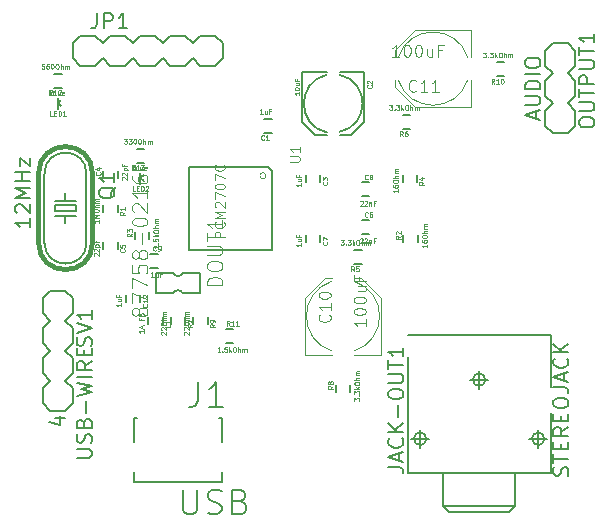
<source format=gto>
G04 #@! TF.FileFunction,Legend,Top*
%FSLAX46Y46*%
G04 Gerber Fmt 4.6, Leading zero omitted, Abs format (unit mm)*
G04 Created by KiCad (PCBNEW 4.0.5) date Saturday, 25 March 2017 'PMt' 19:04:54*
%MOMM*%
%LPD*%
G01*
G04 APERTURE LIST*
%ADD10C,0.100000*%
%ADD11C,0.203200*%
%ADD12C,0.152400*%
%ADD13C,0.101600*%
%ADD14C,0.127000*%
%ADD15C,0.406400*%
%ADD16C,0.076200*%
%ADD17C,0.025400*%
G04 APERTURE END LIST*
D10*
D11*
X163189920Y-78953360D02*
X163189920Y-77256640D01*
X163189920Y-77256640D02*
X161688780Y-77256640D01*
X160891220Y-77256640D02*
X159390080Y-77256640D01*
X159390080Y-77256640D02*
X159390080Y-78953360D01*
X159390080Y-78953360D02*
X160891220Y-78953360D01*
X161688780Y-78953360D02*
X163189920Y-78953360D01*
X161689337Y-78954532D02*
G75*
G03X160891220Y-78953360I-399337J-189328D01*
G01*
X160890663Y-77255468D02*
G75*
G03X161688780Y-77256640I399337J189328D01*
G01*
D12*
X169209720Y-65369440D02*
X168610280Y-65369440D01*
X169209720Y-64170560D02*
X168610280Y-64170560D01*
D11*
X177073560Y-60266580D02*
X177073560Y-64462660D01*
X177073560Y-64462660D02*
X175973740Y-65562480D01*
X172877480Y-65562480D02*
X171775120Y-64462660D01*
X171775120Y-64462660D02*
X171775120Y-60266580D01*
X177073560Y-60266580D02*
X174972980Y-60266580D01*
X171775120Y-60266580D02*
X173875700Y-60266580D01*
X175973740Y-65562480D02*
X174972980Y-65562480D01*
X172877480Y-65562480D02*
X173926500Y-65562480D01*
X174933732Y-65306447D02*
G75*
G03X174972980Y-60467240I-481452J2423667D01*
G01*
X173873694Y-60463900D02*
G75*
G03X173926500Y-65364360I578586J-2444280D01*
G01*
D12*
X173319440Y-68915280D02*
X173319440Y-69514720D01*
X172120560Y-68915280D02*
X172120560Y-69514720D01*
X154975560Y-69197220D02*
X154975560Y-68597780D01*
X156174440Y-69197220D02*
X156174440Y-68597780D01*
X156174440Y-74630280D02*
X156174440Y-75229720D01*
X154975560Y-74630280D02*
X154975560Y-75229720D01*
X176865280Y-72743060D02*
X177464720Y-72743060D01*
X176865280Y-73941940D02*
X177464720Y-73941940D01*
X173319440Y-73995280D02*
X173319440Y-74594720D01*
X172120560Y-73995280D02*
X172120560Y-74594720D01*
X176865280Y-69568060D02*
X177464720Y-69568060D01*
X176865280Y-70766940D02*
X177464720Y-70766940D01*
X158958280Y-75600560D02*
X159557720Y-75600560D01*
X158958280Y-76799440D02*
X159557720Y-76799440D01*
D13*
X174310040Y-84147660D02*
X172011340Y-84147660D01*
X172011340Y-84147660D02*
X172011340Y-79349600D01*
X172011340Y-79349600D02*
X173710600Y-77650340D01*
X173710600Y-77650340D02*
X174310040Y-77650340D01*
X176209960Y-77650340D02*
X176809400Y-77650340D01*
X176809400Y-77650340D02*
X178508660Y-79349600D01*
X178508660Y-79349600D02*
X178508660Y-84147660D01*
X178508660Y-84147660D02*
X176209960Y-84147660D01*
X174305473Y-77951535D02*
G75*
G03X174310040Y-83847940I954527J-2947465D01*
G01*
X176214527Y-83846465D02*
G75*
G03X176209960Y-77950060I-954527J2947465D01*
G01*
X186128660Y-60893960D02*
X186128660Y-63192660D01*
X186128660Y-63192660D02*
X181330600Y-63192660D01*
X181330600Y-63192660D02*
X179631340Y-61493400D01*
X179631340Y-61493400D02*
X179631340Y-60893960D01*
X179631340Y-58994040D02*
X179631340Y-58394600D01*
X179631340Y-58394600D02*
X181330600Y-56695340D01*
X181330600Y-56695340D02*
X186128660Y-56695340D01*
X186128660Y-56695340D02*
X186128660Y-58994040D01*
X179932535Y-60898527D02*
G75*
G03X185828940Y-60893960I2947465J954527D01*
G01*
X185827465Y-58989473D02*
G75*
G03X179931060Y-58994040I-2947465J-954527D01*
G01*
D12*
X158079440Y-79075280D02*
X158079440Y-79674720D01*
X156880560Y-79075280D02*
X156880560Y-79674720D01*
D14*
X157792420Y-89522300D02*
X157540960Y-89522300D01*
X157540960Y-89522300D02*
X157540960Y-91569540D01*
X164787580Y-89522300D02*
X165039040Y-89522300D01*
X165039040Y-89522300D02*
X165039040Y-91569540D01*
X157540960Y-94068900D02*
X157540960Y-94947740D01*
X157540960Y-94947740D02*
X165039040Y-94947740D01*
X165039040Y-94947740D02*
X165039040Y-94068900D01*
D11*
X160655000Y-57150000D02*
X161925000Y-57150000D01*
X161925000Y-57150000D02*
X162560000Y-57785000D01*
X162560000Y-59055000D02*
X161925000Y-59690000D01*
X162560000Y-57785000D02*
X163195000Y-57150000D01*
X163195000Y-57150000D02*
X164465000Y-57150000D01*
X164465000Y-57150000D02*
X165100000Y-57785000D01*
X165100000Y-59055000D02*
X164465000Y-59690000D01*
X164465000Y-59690000D02*
X163195000Y-59690000D01*
X163195000Y-59690000D02*
X162560000Y-59055000D01*
X157480000Y-57785000D02*
X158115000Y-57150000D01*
X158115000Y-57150000D02*
X159385000Y-57150000D01*
X159385000Y-57150000D02*
X160020000Y-57785000D01*
X160020000Y-59055000D02*
X159385000Y-59690000D01*
X159385000Y-59690000D02*
X158115000Y-59690000D01*
X158115000Y-59690000D02*
X157480000Y-59055000D01*
X160655000Y-57150000D02*
X160020000Y-57785000D01*
X160020000Y-59055000D02*
X160655000Y-59690000D01*
X161925000Y-59690000D02*
X160655000Y-59690000D01*
X153035000Y-57150000D02*
X154305000Y-57150000D01*
X154305000Y-57150000D02*
X154940000Y-57785000D01*
X154940000Y-59055000D02*
X154305000Y-59690000D01*
X154940000Y-57785000D02*
X155575000Y-57150000D01*
X155575000Y-57150000D02*
X156845000Y-57150000D01*
X156845000Y-57150000D02*
X157480000Y-57785000D01*
X157480000Y-59055000D02*
X156845000Y-59690000D01*
X156845000Y-59690000D02*
X155575000Y-59690000D01*
X155575000Y-59690000D02*
X154940000Y-59055000D01*
X152400000Y-57785000D02*
X152400000Y-59055000D01*
X153035000Y-57150000D02*
X152400000Y-57785000D01*
X152400000Y-59055000D02*
X153035000Y-59690000D01*
X154305000Y-59690000D02*
X153035000Y-59690000D01*
X165100000Y-57785000D02*
X165100000Y-59055000D01*
D12*
X159984440Y-80980280D02*
X159984440Y-81579720D01*
X158785560Y-80980280D02*
X158785560Y-81579720D01*
D11*
X151089360Y-63324740D02*
X151089360Y-62865000D01*
X151089360Y-62865000D02*
X151089360Y-62405260D01*
X151089360Y-62865000D02*
X151396700Y-62631320D01*
X151104600Y-62890400D02*
X151396700Y-63080900D01*
X158074360Y-69674740D02*
X158074360Y-69215000D01*
X158074360Y-69215000D02*
X158074360Y-68755260D01*
X158074360Y-69215000D02*
X158381700Y-68981320D01*
X158089600Y-69240400D02*
X158381700Y-69430900D01*
D15*
X149479000Y-68834000D02*
X149479000Y-74676000D01*
X154051000Y-68834000D02*
X154051000Y-74676000D01*
D12*
X149987000Y-68834000D02*
X149987000Y-74676000D01*
X153543000Y-74676000D02*
X153543000Y-68834000D01*
X152654000Y-71501000D02*
X152654000Y-72009000D01*
X152654000Y-72009000D02*
X150876000Y-72009000D01*
X150876000Y-72009000D02*
X150876000Y-71501000D01*
X150876000Y-71501000D02*
X152654000Y-71501000D01*
X152654000Y-72390000D02*
X151765000Y-72390000D01*
X151765000Y-72390000D02*
X150876000Y-72390000D01*
X152654000Y-71120000D02*
X151765000Y-71120000D01*
X151765000Y-71120000D02*
X150876000Y-71120000D01*
X151765000Y-72390000D02*
X151765000Y-73025000D01*
X151765000Y-71120000D02*
X151765000Y-70485000D01*
X149987000Y-74676000D02*
G75*
G03X153543000Y-74676000I1778000J0D01*
G01*
D15*
X149479000Y-74676000D02*
G75*
G03X154051000Y-74676000I2286000J0D01*
G01*
X154051000Y-68834000D02*
G75*
G03X149479000Y-68834000I-2286000J0D01*
G01*
D12*
X153543000Y-68834000D02*
G75*
G03X149987000Y-68834000I-1778000J0D01*
G01*
X156174440Y-71455280D02*
X156174440Y-72054720D01*
X154975560Y-71455280D02*
X154975560Y-72054720D01*
X180375560Y-74594720D02*
X180375560Y-73995280D01*
X181574440Y-74594720D02*
X181574440Y-73995280D01*
X157642560Y-74404220D02*
X157642560Y-73804780D01*
X158841440Y-74404220D02*
X158841440Y-73804780D01*
X181510940Y-68915280D02*
X181510940Y-69514720D01*
X180312060Y-68915280D02*
X180312060Y-69514720D01*
X176829720Y-76481940D02*
X176230280Y-76481940D01*
X176829720Y-75283060D02*
X176230280Y-75283060D01*
X180957220Y-65051940D02*
X180357780Y-65051940D01*
X180957220Y-63853060D02*
X180357780Y-63853060D01*
X161889440Y-80980280D02*
X161889440Y-81579720D01*
X160690560Y-80980280D02*
X160690560Y-81579720D01*
X174660560Y-87294720D02*
X174660560Y-86695280D01*
X175859440Y-87294720D02*
X175859440Y-86695280D01*
X163794440Y-80980280D02*
X163794440Y-81579720D01*
X162595560Y-80980280D02*
X162595560Y-81579720D01*
X188894720Y-60606940D02*
X188295280Y-60606940D01*
X188894720Y-59408060D02*
X188295280Y-59408060D01*
X165371780Y-81950560D02*
X165971220Y-81950560D01*
X165371780Y-83149440D02*
X165971220Y-83149440D01*
X151429720Y-61559440D02*
X150830280Y-61559440D01*
X151429720Y-60360560D02*
X150830280Y-60360560D01*
X158414720Y-67909440D02*
X157815280Y-67909440D01*
X158414720Y-66710560D02*
X157815280Y-66710560D01*
X152400000Y-79375000D02*
X152400000Y-80645000D01*
X152400000Y-80645000D02*
X151765000Y-81280000D01*
X150495000Y-81280000D02*
X149860000Y-80645000D01*
X151765000Y-81280000D02*
X152400000Y-81915000D01*
X152400000Y-81915000D02*
X152400000Y-83185000D01*
X152400000Y-83185000D02*
X151765000Y-83820000D01*
X150495000Y-83820000D02*
X149860000Y-83185000D01*
X149860000Y-83185000D02*
X149860000Y-81915000D01*
X149860000Y-81915000D02*
X150495000Y-81280000D01*
X151765000Y-78740000D02*
X150495000Y-78740000D01*
X152400000Y-79375000D02*
X151765000Y-78740000D01*
X150495000Y-78740000D02*
X149860000Y-79375000D01*
X149860000Y-80645000D02*
X149860000Y-79375000D01*
X151765000Y-83820000D02*
X152400000Y-84455000D01*
X152400000Y-84455000D02*
X152400000Y-85725000D01*
X152400000Y-85725000D02*
X151765000Y-86360000D01*
X150495000Y-86360000D02*
X149860000Y-85725000D01*
X149860000Y-85725000D02*
X149860000Y-84455000D01*
X149860000Y-84455000D02*
X150495000Y-83820000D01*
X152400000Y-86995000D02*
X152400000Y-88265000D01*
X152400000Y-88265000D02*
X151765000Y-88900000D01*
X151765000Y-88900000D02*
X150495000Y-88900000D01*
X150495000Y-88900000D02*
X149860000Y-88265000D01*
X152400000Y-86995000D02*
X151765000Y-86360000D01*
X150495000Y-86360000D02*
X149860000Y-86995000D01*
X149860000Y-88265000D02*
X149860000Y-86995000D01*
X169237660Y-75257660D02*
X162232340Y-75257660D01*
X162232340Y-75257660D02*
X162232340Y-68252340D01*
X162232340Y-68252340D02*
X168884600Y-68252340D01*
X169237660Y-68605400D02*
X169237660Y-75257660D01*
X169237660Y-68605400D02*
X168884600Y-68252340D01*
D16*
X168729647Y-69011800D02*
G75*
G03X168729647Y-69011800I-251447J0D01*
G01*
D12*
X194945000Y-58420000D02*
X194945000Y-59690000D01*
X194945000Y-59690000D02*
X194310000Y-60325000D01*
X193040000Y-60325000D02*
X192405000Y-59690000D01*
X194310000Y-60325000D02*
X194945000Y-60960000D01*
X194945000Y-60960000D02*
X194945000Y-62230000D01*
X194945000Y-62230000D02*
X194310000Y-62865000D01*
X193040000Y-62865000D02*
X192405000Y-62230000D01*
X192405000Y-62230000D02*
X192405000Y-60960000D01*
X192405000Y-60960000D02*
X193040000Y-60325000D01*
X194310000Y-57785000D02*
X193040000Y-57785000D01*
X194945000Y-58420000D02*
X194310000Y-57785000D01*
X193040000Y-57785000D02*
X192405000Y-58420000D01*
X192405000Y-59690000D02*
X192405000Y-58420000D01*
X194310000Y-62865000D02*
X194945000Y-63500000D01*
X194945000Y-63500000D02*
X194945000Y-64770000D01*
X194945000Y-64770000D02*
X194310000Y-65405000D01*
X193040000Y-65405000D02*
X192405000Y-64770000D01*
X192405000Y-64770000D02*
X192405000Y-63500000D01*
X192405000Y-63500000D02*
X193040000Y-62865000D01*
X194310000Y-65405000D02*
X193040000Y-65405000D01*
X192831720Y-94190820D02*
X189837060Y-94190820D01*
X180748940Y-82468720D02*
X192831720Y-82468720D01*
X183743600Y-94190820D02*
X183743600Y-96939100D01*
X189837060Y-96939100D02*
X189837060Y-94190820D01*
X189837060Y-94190820D02*
X183743600Y-94190820D01*
X183743600Y-94190820D02*
X180748940Y-94190820D01*
X183743600Y-96939100D02*
X184251600Y-97447100D01*
X189837060Y-96939100D02*
X189329060Y-97447100D01*
X189329060Y-97447100D02*
X184251600Y-97447100D01*
X189837060Y-96939100D02*
X183743600Y-96939100D01*
X192831720Y-94190820D02*
X192831720Y-89075260D01*
X192831720Y-86916260D02*
X192831720Y-82468720D01*
X180748940Y-82468720D02*
X180748940Y-82471260D01*
X180748940Y-84376260D02*
X180748940Y-94190820D01*
D14*
X182318379Y-91282520D02*
G75*
G03X182318379Y-91282520I-528039J0D01*
G01*
X181790340Y-92031820D02*
X181790340Y-90530680D01*
X182542180Y-91282520D02*
X181041040Y-91282520D01*
X192315819Y-91282520D02*
G75*
G03X192315819Y-91282520I-528039J0D01*
G01*
X191787780Y-92031820D02*
X191787780Y-90530680D01*
X192539620Y-91282520D02*
X191038480Y-91282520D01*
X187317099Y-86281260D02*
G75*
G03X187317099Y-86281260I-528039J0D01*
G01*
X186789060Y-87030560D02*
X186789060Y-85531960D01*
X187538360Y-86281260D02*
X186042300Y-86281260D01*
D13*
X165039524Y-78303966D02*
X163769524Y-78303966D01*
X163769524Y-78001585D01*
X163830000Y-77820157D01*
X163950952Y-77699204D01*
X164071905Y-77638728D01*
X164313810Y-77578252D01*
X164495238Y-77578252D01*
X164737143Y-77638728D01*
X164858095Y-77699204D01*
X164979048Y-77820157D01*
X165039524Y-78001585D01*
X165039524Y-78303966D01*
X163769524Y-76792061D02*
X163769524Y-76550157D01*
X163830000Y-76429204D01*
X163950952Y-76308252D01*
X164192857Y-76247776D01*
X164616190Y-76247776D01*
X164858095Y-76308252D01*
X164979048Y-76429204D01*
X165039524Y-76550157D01*
X165039524Y-76792061D01*
X164979048Y-76913014D01*
X164858095Y-77033966D01*
X164616190Y-77094442D01*
X164192857Y-77094442D01*
X163950952Y-77033966D01*
X163830000Y-76913014D01*
X163769524Y-76792061D01*
X163769524Y-75703490D02*
X164797619Y-75703490D01*
X164918571Y-75643014D01*
X164979048Y-75582538D01*
X165039524Y-75461585D01*
X165039524Y-75219681D01*
X164979048Y-75098728D01*
X164918571Y-75038252D01*
X164797619Y-74977776D01*
X163769524Y-74977776D01*
X163769524Y-74554443D02*
X163769524Y-73828728D01*
X165039524Y-74191585D02*
X163769524Y-74191585D01*
X165039524Y-72740157D02*
X165039524Y-73465871D01*
X165039524Y-73103014D02*
X163769524Y-73103014D01*
X163950952Y-73223966D01*
X164071905Y-73344919D01*
X164132381Y-73465871D01*
X157963810Y-80662538D02*
X157903333Y-80783491D01*
X157842857Y-80843967D01*
X157721905Y-80904443D01*
X157661429Y-80904443D01*
X157540476Y-80843967D01*
X157480000Y-80783491D01*
X157419524Y-80662538D01*
X157419524Y-80420634D01*
X157480000Y-80299681D01*
X157540476Y-80239205D01*
X157661429Y-80178729D01*
X157721905Y-80178729D01*
X157842857Y-80239205D01*
X157903333Y-80299681D01*
X157963810Y-80420634D01*
X157963810Y-80662538D01*
X158024286Y-80783491D01*
X158084762Y-80843967D01*
X158205714Y-80904443D01*
X158447619Y-80904443D01*
X158568571Y-80843967D01*
X158629048Y-80783491D01*
X158689524Y-80662538D01*
X158689524Y-80420634D01*
X158629048Y-80299681D01*
X158568571Y-80239205D01*
X158447619Y-80178729D01*
X158205714Y-80178729D01*
X158084762Y-80239205D01*
X158024286Y-80299681D01*
X157963810Y-80420634D01*
X157419524Y-79755395D02*
X157419524Y-78908729D01*
X158689524Y-79453014D01*
X157419524Y-78545871D02*
X157419524Y-77699205D01*
X158689524Y-78243490D01*
X157419524Y-76610633D02*
X157419524Y-77215395D01*
X158024286Y-77275871D01*
X157963810Y-77215395D01*
X157903333Y-77094443D01*
X157903333Y-76792062D01*
X157963810Y-76671109D01*
X158024286Y-76610633D01*
X158145238Y-76550157D01*
X158447619Y-76550157D01*
X158568571Y-76610633D01*
X158629048Y-76671109D01*
X158689524Y-76792062D01*
X158689524Y-77094443D01*
X158629048Y-77215395D01*
X158568571Y-77275871D01*
X157963810Y-75824442D02*
X157903333Y-75945395D01*
X157842857Y-76005871D01*
X157721905Y-76066347D01*
X157661429Y-76066347D01*
X157540476Y-76005871D01*
X157480000Y-75945395D01*
X157419524Y-75824442D01*
X157419524Y-75582538D01*
X157480000Y-75461585D01*
X157540476Y-75401109D01*
X157661429Y-75340633D01*
X157721905Y-75340633D01*
X157842857Y-75401109D01*
X157903333Y-75461585D01*
X157963810Y-75582538D01*
X157963810Y-75824442D01*
X158024286Y-75945395D01*
X158084762Y-76005871D01*
X158205714Y-76066347D01*
X158447619Y-76066347D01*
X158568571Y-76005871D01*
X158629048Y-75945395D01*
X158689524Y-75824442D01*
X158689524Y-75582538D01*
X158629048Y-75461585D01*
X158568571Y-75401109D01*
X158447619Y-75340633D01*
X158205714Y-75340633D01*
X158084762Y-75401109D01*
X158024286Y-75461585D01*
X157963810Y-75582538D01*
X158205714Y-74796347D02*
X158205714Y-73828728D01*
X157419524Y-72982061D02*
X157419524Y-72861109D01*
X157480000Y-72740157D01*
X157540476Y-72679680D01*
X157661429Y-72619204D01*
X157903333Y-72558728D01*
X158205714Y-72558728D01*
X158447619Y-72619204D01*
X158568571Y-72679680D01*
X158629048Y-72740157D01*
X158689524Y-72861109D01*
X158689524Y-72982061D01*
X158629048Y-73103014D01*
X158568571Y-73163490D01*
X158447619Y-73223966D01*
X158205714Y-73284442D01*
X157903333Y-73284442D01*
X157661429Y-73223966D01*
X157540476Y-73163490D01*
X157480000Y-73103014D01*
X157419524Y-72982061D01*
X157540476Y-72074918D02*
X157480000Y-72014442D01*
X157419524Y-71893490D01*
X157419524Y-71591109D01*
X157480000Y-71470156D01*
X157540476Y-71409680D01*
X157661429Y-71349204D01*
X157782381Y-71349204D01*
X157963810Y-71409680D01*
X158689524Y-72135394D01*
X158689524Y-71349204D01*
X158689524Y-70139680D02*
X158689524Y-70865394D01*
X158689524Y-70502537D02*
X157419524Y-70502537D01*
X157600952Y-70623489D01*
X157721905Y-70744442D01*
X157782381Y-70865394D01*
X157419524Y-69051108D02*
X157419524Y-69293013D01*
X157480000Y-69413965D01*
X157540476Y-69474442D01*
X157721905Y-69595394D01*
X157963810Y-69655870D01*
X158447619Y-69655870D01*
X158568571Y-69595394D01*
X158629048Y-69534918D01*
X158689524Y-69413965D01*
X158689524Y-69172061D01*
X158629048Y-69051108D01*
X158568571Y-68990632D01*
X158447619Y-68930156D01*
X158145238Y-68930156D01*
X158024286Y-68990632D01*
X157963810Y-69051108D01*
X157903333Y-69172061D01*
X157903333Y-69413965D01*
X157963810Y-69534918D01*
X158024286Y-69595394D01*
X158145238Y-69655870D01*
D17*
X168588266Y-65943843D02*
X168568914Y-65963195D01*
X168510857Y-65982548D01*
X168472152Y-65982548D01*
X168414095Y-65963195D01*
X168375390Y-65924490D01*
X168356038Y-65885786D01*
X168336686Y-65808376D01*
X168336686Y-65750319D01*
X168356038Y-65672910D01*
X168375390Y-65634205D01*
X168414095Y-65595500D01*
X168472152Y-65576148D01*
X168510857Y-65576148D01*
X168568914Y-65595500D01*
X168588266Y-65614852D01*
X168975314Y-65982548D02*
X168743086Y-65982548D01*
X168859200Y-65982548D02*
X168859200Y-65576148D01*
X168820495Y-65634205D01*
X168781790Y-65672910D01*
X168743086Y-65692262D01*
X168464895Y-63760048D02*
X168232667Y-63760048D01*
X168348781Y-63760048D02*
X168348781Y-63353648D01*
X168310076Y-63411705D01*
X168271371Y-63450410D01*
X168232667Y-63469762D01*
X168813238Y-63489114D02*
X168813238Y-63760048D01*
X168639067Y-63489114D02*
X168639067Y-63701990D01*
X168658419Y-63740695D01*
X168697124Y-63760048D01*
X168755181Y-63760048D01*
X168793886Y-63740695D01*
X168813238Y-63721343D01*
X169142229Y-63547171D02*
X169006762Y-63547171D01*
X169006762Y-63760048D02*
X169006762Y-63353648D01*
X169200286Y-63353648D01*
X177670823Y-61350314D02*
X177690175Y-61369666D01*
X177709528Y-61427723D01*
X177709528Y-61466428D01*
X177690175Y-61524485D01*
X177651470Y-61563190D01*
X177612766Y-61582542D01*
X177535356Y-61601894D01*
X177477299Y-61601894D01*
X177399890Y-61582542D01*
X177361185Y-61563190D01*
X177322480Y-61524485D01*
X177303128Y-61466428D01*
X177303128Y-61427723D01*
X177322480Y-61369666D01*
X177341832Y-61350314D01*
X177341832Y-61195494D02*
X177322480Y-61176142D01*
X177303128Y-61137437D01*
X177303128Y-61040675D01*
X177322480Y-61001971D01*
X177341832Y-60982618D01*
X177380537Y-60963266D01*
X177419242Y-60963266D01*
X177477299Y-60982618D01*
X177709528Y-61214847D01*
X177709528Y-60963266D01*
X171562728Y-61921209D02*
X171562728Y-62153437D01*
X171562728Y-62037323D02*
X171156328Y-62037323D01*
X171214385Y-62076028D01*
X171253090Y-62114733D01*
X171272442Y-62153437D01*
X171156328Y-61669628D02*
X171156328Y-61630923D01*
X171175680Y-61592218D01*
X171195032Y-61572866D01*
X171233737Y-61553513D01*
X171311147Y-61534161D01*
X171407909Y-61534161D01*
X171485318Y-61553513D01*
X171524023Y-61572866D01*
X171543375Y-61592218D01*
X171562728Y-61630923D01*
X171562728Y-61669628D01*
X171543375Y-61708332D01*
X171524023Y-61727685D01*
X171485318Y-61747037D01*
X171407909Y-61766389D01*
X171311147Y-61766389D01*
X171233737Y-61747037D01*
X171195032Y-61727685D01*
X171175680Y-61708332D01*
X171156328Y-61669628D01*
X171291794Y-61185818D02*
X171562728Y-61185818D01*
X171291794Y-61359989D02*
X171504670Y-61359989D01*
X171543375Y-61340637D01*
X171562728Y-61301932D01*
X171562728Y-61243875D01*
X171543375Y-61205170D01*
X171524023Y-61185818D01*
X171349851Y-60856827D02*
X171349851Y-60992294D01*
X171562728Y-60992294D02*
X171156328Y-60992294D01*
X171156328Y-60798770D01*
X173893843Y-69536734D02*
X173913195Y-69556086D01*
X173932548Y-69614143D01*
X173932548Y-69652848D01*
X173913195Y-69710905D01*
X173874490Y-69749610D01*
X173835786Y-69768962D01*
X173758376Y-69788314D01*
X173700319Y-69788314D01*
X173622910Y-69768962D01*
X173584205Y-69749610D01*
X173545500Y-69710905D01*
X173526148Y-69652848D01*
X173526148Y-69614143D01*
X173545500Y-69556086D01*
X173564852Y-69536734D01*
X173526148Y-69401267D02*
X173526148Y-69149686D01*
X173680967Y-69285153D01*
X173680967Y-69227095D01*
X173700319Y-69188391D01*
X173719671Y-69169038D01*
X173758376Y-69149686D01*
X173855138Y-69149686D01*
X173893843Y-69169038D01*
X173913195Y-69188391D01*
X173932548Y-69227095D01*
X173932548Y-69343210D01*
X173913195Y-69381914D01*
X173893843Y-69401267D01*
X171710048Y-69660105D02*
X171710048Y-69892333D01*
X171710048Y-69776219D02*
X171303648Y-69776219D01*
X171361705Y-69814924D01*
X171400410Y-69853629D01*
X171419762Y-69892333D01*
X171439114Y-69311762D02*
X171710048Y-69311762D01*
X171439114Y-69485933D02*
X171651990Y-69485933D01*
X171690695Y-69466581D01*
X171710048Y-69427876D01*
X171710048Y-69369819D01*
X171690695Y-69331114D01*
X171671343Y-69311762D01*
X171497171Y-68982771D02*
X171497171Y-69118238D01*
X171710048Y-69118238D02*
X171303648Y-69118238D01*
X171303648Y-68924714D01*
X154691443Y-68711234D02*
X154710795Y-68730586D01*
X154730148Y-68788643D01*
X154730148Y-68827348D01*
X154710795Y-68885405D01*
X154672090Y-68924110D01*
X154633386Y-68943462D01*
X154555976Y-68962814D01*
X154497919Y-68962814D01*
X154420510Y-68943462D01*
X154381805Y-68924110D01*
X154343100Y-68885405D01*
X154323748Y-68827348D01*
X154323748Y-68788643D01*
X154343100Y-68730586D01*
X154362452Y-68711234D01*
X154459214Y-68362891D02*
X154730148Y-68362891D01*
X154304395Y-68459653D02*
X154594681Y-68556414D01*
X154594681Y-68304834D01*
X156584952Y-69361957D02*
X156565600Y-69342605D01*
X156546248Y-69303900D01*
X156546248Y-69207138D01*
X156565600Y-69168434D01*
X156584952Y-69149081D01*
X156623657Y-69129729D01*
X156662362Y-69129729D01*
X156720419Y-69149081D01*
X156952648Y-69381310D01*
X156952648Y-69129729D01*
X156584952Y-68974909D02*
X156565600Y-68955557D01*
X156546248Y-68916852D01*
X156546248Y-68820090D01*
X156565600Y-68781386D01*
X156584952Y-68762033D01*
X156623657Y-68742681D01*
X156662362Y-68742681D01*
X156720419Y-68762033D01*
X156952648Y-68994262D01*
X156952648Y-68742681D01*
X156681714Y-68568509D02*
X157088114Y-68568509D01*
X156701067Y-68568509D02*
X156681714Y-68529804D01*
X156681714Y-68452395D01*
X156701067Y-68413690D01*
X156720419Y-68394338D01*
X156759124Y-68374985D01*
X156875238Y-68374985D01*
X156913943Y-68394338D01*
X156933295Y-68413690D01*
X156952648Y-68452395D01*
X156952648Y-68529804D01*
X156933295Y-68568509D01*
X156739771Y-68065347D02*
X156739771Y-68200814D01*
X156952648Y-68200814D02*
X156546248Y-68200814D01*
X156546248Y-68007290D01*
X156748843Y-75251734D02*
X156768195Y-75271086D01*
X156787548Y-75329143D01*
X156787548Y-75367848D01*
X156768195Y-75425905D01*
X156729490Y-75464610D01*
X156690786Y-75483962D01*
X156613376Y-75503314D01*
X156555319Y-75503314D01*
X156477910Y-75483962D01*
X156439205Y-75464610D01*
X156400500Y-75425905D01*
X156381148Y-75367848D01*
X156381148Y-75329143D01*
X156400500Y-75271086D01*
X156419852Y-75251734D01*
X156381148Y-74884038D02*
X156381148Y-75077562D01*
X156574671Y-75096914D01*
X156555319Y-75077562D01*
X156535967Y-75038857D01*
X156535967Y-74942095D01*
X156555319Y-74903391D01*
X156574671Y-74884038D01*
X156613376Y-74864686D01*
X156710138Y-74864686D01*
X156748843Y-74884038D01*
X156768195Y-74903391D01*
X156787548Y-74942095D01*
X156787548Y-75038857D01*
X156768195Y-75077562D01*
X156748843Y-75096914D01*
X154197352Y-75800857D02*
X154178000Y-75781505D01*
X154158648Y-75742800D01*
X154158648Y-75646038D01*
X154178000Y-75607334D01*
X154197352Y-75587981D01*
X154236057Y-75568629D01*
X154274762Y-75568629D01*
X154332819Y-75587981D01*
X154565048Y-75820210D01*
X154565048Y-75568629D01*
X154197352Y-75413809D02*
X154178000Y-75394457D01*
X154158648Y-75355752D01*
X154158648Y-75258990D01*
X154178000Y-75220286D01*
X154197352Y-75200933D01*
X154236057Y-75181581D01*
X154274762Y-75181581D01*
X154332819Y-75200933D01*
X154565048Y-75433162D01*
X154565048Y-75181581D01*
X154294114Y-75007409D02*
X154700514Y-75007409D01*
X154313467Y-75007409D02*
X154294114Y-74968704D01*
X154294114Y-74891295D01*
X154313467Y-74852590D01*
X154332819Y-74833238D01*
X154371524Y-74813885D01*
X154487638Y-74813885D01*
X154526343Y-74833238D01*
X154545695Y-74852590D01*
X154565048Y-74891295D01*
X154565048Y-74968704D01*
X154545695Y-75007409D01*
X154352171Y-74504247D02*
X154352171Y-74639714D01*
X154565048Y-74639714D02*
X154158648Y-74639714D01*
X154158648Y-74446190D01*
X177351266Y-72458943D02*
X177331914Y-72478295D01*
X177273857Y-72497648D01*
X177235152Y-72497648D01*
X177177095Y-72478295D01*
X177138390Y-72439590D01*
X177119038Y-72400886D01*
X177099686Y-72323476D01*
X177099686Y-72265419D01*
X177119038Y-72188010D01*
X177138390Y-72149305D01*
X177177095Y-72110600D01*
X177235152Y-72091248D01*
X177273857Y-72091248D01*
X177331914Y-72110600D01*
X177351266Y-72129952D01*
X177699609Y-72091248D02*
X177622200Y-72091248D01*
X177583495Y-72110600D01*
X177564143Y-72129952D01*
X177525438Y-72188010D01*
X177506086Y-72265419D01*
X177506086Y-72420238D01*
X177525438Y-72458943D01*
X177544790Y-72478295D01*
X177583495Y-72497648D01*
X177660905Y-72497648D01*
X177699609Y-72478295D01*
X177718962Y-72458943D01*
X177738314Y-72420238D01*
X177738314Y-72323476D01*
X177718962Y-72284771D01*
X177699609Y-72265419D01*
X177660905Y-72246067D01*
X177583495Y-72246067D01*
X177544790Y-72265419D01*
X177525438Y-72284771D01*
X177506086Y-72323476D01*
X176700543Y-74352452D02*
X176719895Y-74333100D01*
X176758600Y-74313748D01*
X176855362Y-74313748D01*
X176894066Y-74333100D01*
X176913419Y-74352452D01*
X176932771Y-74391157D01*
X176932771Y-74429862D01*
X176913419Y-74487919D01*
X176681190Y-74720148D01*
X176932771Y-74720148D01*
X177087591Y-74352452D02*
X177106943Y-74333100D01*
X177145648Y-74313748D01*
X177242410Y-74313748D01*
X177281114Y-74333100D01*
X177300467Y-74352452D01*
X177319819Y-74391157D01*
X177319819Y-74429862D01*
X177300467Y-74487919D01*
X177068238Y-74720148D01*
X177319819Y-74720148D01*
X177493991Y-74449214D02*
X177493991Y-74720148D01*
X177493991Y-74487919D02*
X177513343Y-74468567D01*
X177552048Y-74449214D01*
X177610105Y-74449214D01*
X177648810Y-74468567D01*
X177668162Y-74507271D01*
X177668162Y-74720148D01*
X177997153Y-74507271D02*
X177861686Y-74507271D01*
X177861686Y-74720148D02*
X177861686Y-74313748D01*
X178055210Y-74313748D01*
X173893843Y-74616734D02*
X173913195Y-74636086D01*
X173932548Y-74694143D01*
X173932548Y-74732848D01*
X173913195Y-74790905D01*
X173874490Y-74829610D01*
X173835786Y-74848962D01*
X173758376Y-74868314D01*
X173700319Y-74868314D01*
X173622910Y-74848962D01*
X173584205Y-74829610D01*
X173545500Y-74790905D01*
X173526148Y-74732848D01*
X173526148Y-74694143D01*
X173545500Y-74636086D01*
X173564852Y-74616734D01*
X173526148Y-74481267D02*
X173526148Y-74210334D01*
X173932548Y-74384505D01*
X171710048Y-74740105D02*
X171710048Y-74972333D01*
X171710048Y-74856219D02*
X171303648Y-74856219D01*
X171361705Y-74894924D01*
X171400410Y-74933629D01*
X171419762Y-74972333D01*
X171439114Y-74391762D02*
X171710048Y-74391762D01*
X171439114Y-74565933D02*
X171651990Y-74565933D01*
X171690695Y-74546581D01*
X171710048Y-74507876D01*
X171710048Y-74449819D01*
X171690695Y-74411114D01*
X171671343Y-74391762D01*
X171497171Y-74062771D02*
X171497171Y-74198238D01*
X171710048Y-74198238D02*
X171303648Y-74198238D01*
X171303648Y-74004714D01*
X177351266Y-69283943D02*
X177331914Y-69303295D01*
X177273857Y-69322648D01*
X177235152Y-69322648D01*
X177177095Y-69303295D01*
X177138390Y-69264590D01*
X177119038Y-69225886D01*
X177099686Y-69148476D01*
X177099686Y-69090419D01*
X177119038Y-69013010D01*
X177138390Y-68974305D01*
X177177095Y-68935600D01*
X177235152Y-68916248D01*
X177273857Y-68916248D01*
X177331914Y-68935600D01*
X177351266Y-68954952D01*
X177583495Y-69090419D02*
X177544790Y-69071067D01*
X177525438Y-69051714D01*
X177506086Y-69013010D01*
X177506086Y-68993657D01*
X177525438Y-68954952D01*
X177544790Y-68935600D01*
X177583495Y-68916248D01*
X177660905Y-68916248D01*
X177699609Y-68935600D01*
X177718962Y-68954952D01*
X177738314Y-68993657D01*
X177738314Y-69013010D01*
X177718962Y-69051714D01*
X177699609Y-69071067D01*
X177660905Y-69090419D01*
X177583495Y-69090419D01*
X177544790Y-69109771D01*
X177525438Y-69129124D01*
X177506086Y-69167829D01*
X177506086Y-69245238D01*
X177525438Y-69283943D01*
X177544790Y-69303295D01*
X177583495Y-69322648D01*
X177660905Y-69322648D01*
X177699609Y-69303295D01*
X177718962Y-69283943D01*
X177738314Y-69245238D01*
X177738314Y-69167829D01*
X177718962Y-69129124D01*
X177699609Y-69109771D01*
X177660905Y-69090419D01*
X176700543Y-71177452D02*
X176719895Y-71158100D01*
X176758600Y-71138748D01*
X176855362Y-71138748D01*
X176894066Y-71158100D01*
X176913419Y-71177452D01*
X176932771Y-71216157D01*
X176932771Y-71254862D01*
X176913419Y-71312919D01*
X176681190Y-71545148D01*
X176932771Y-71545148D01*
X177087591Y-71177452D02*
X177106943Y-71158100D01*
X177145648Y-71138748D01*
X177242410Y-71138748D01*
X177281114Y-71158100D01*
X177300467Y-71177452D01*
X177319819Y-71216157D01*
X177319819Y-71254862D01*
X177300467Y-71312919D01*
X177068238Y-71545148D01*
X177319819Y-71545148D01*
X177493991Y-71274214D02*
X177493991Y-71545148D01*
X177493991Y-71312919D02*
X177513343Y-71293567D01*
X177552048Y-71274214D01*
X177610105Y-71274214D01*
X177648810Y-71293567D01*
X177668162Y-71332271D01*
X177668162Y-71545148D01*
X177997153Y-71332271D02*
X177861686Y-71332271D01*
X177861686Y-71545148D02*
X177861686Y-71138748D01*
X178055210Y-71138748D01*
X159444266Y-75316443D02*
X159424914Y-75335795D01*
X159366857Y-75355148D01*
X159328152Y-75355148D01*
X159270095Y-75335795D01*
X159231390Y-75297090D01*
X159212038Y-75258386D01*
X159192686Y-75180976D01*
X159192686Y-75122919D01*
X159212038Y-75045510D01*
X159231390Y-75006805D01*
X159270095Y-74968100D01*
X159328152Y-74948748D01*
X159366857Y-74948748D01*
X159424914Y-74968100D01*
X159444266Y-74987452D01*
X159637790Y-75355148D02*
X159715200Y-75355148D01*
X159753905Y-75335795D01*
X159773257Y-75316443D01*
X159811962Y-75258386D01*
X159831314Y-75180976D01*
X159831314Y-75026157D01*
X159811962Y-74987452D01*
X159792609Y-74968100D01*
X159753905Y-74948748D01*
X159676495Y-74948748D01*
X159637790Y-74968100D01*
X159618438Y-74987452D01*
X159599086Y-75026157D01*
X159599086Y-75122919D01*
X159618438Y-75161624D01*
X159637790Y-75180976D01*
X159676495Y-75200329D01*
X159753905Y-75200329D01*
X159792609Y-75180976D01*
X159811962Y-75161624D01*
X159831314Y-75122919D01*
X159219295Y-77577648D02*
X158987067Y-77577648D01*
X159103181Y-77577648D02*
X159103181Y-77171248D01*
X159064476Y-77229305D01*
X159025771Y-77268010D01*
X158987067Y-77287362D01*
X159567638Y-77306714D02*
X159567638Y-77577648D01*
X159393467Y-77306714D02*
X159393467Y-77519590D01*
X159412819Y-77558295D01*
X159451524Y-77577648D01*
X159509581Y-77577648D01*
X159548286Y-77558295D01*
X159567638Y-77538943D01*
X159896629Y-77364771D02*
X159761162Y-77364771D01*
X159761162Y-77577648D02*
X159761162Y-77171248D01*
X159954686Y-77171248D01*
D16*
X174116637Y-80762203D02*
X174165018Y-80810584D01*
X174213399Y-80955727D01*
X174213399Y-81052489D01*
X174165018Y-81197631D01*
X174068256Y-81294393D01*
X173971494Y-81342774D01*
X173777970Y-81391155D01*
X173632828Y-81391155D01*
X173439304Y-81342774D01*
X173342542Y-81294393D01*
X173245780Y-81197631D01*
X173197399Y-81052489D01*
X173197399Y-80955727D01*
X173245780Y-80810584D01*
X173294161Y-80762203D01*
X174213399Y-79794584D02*
X174213399Y-80375155D01*
X174213399Y-80084869D02*
X173197399Y-80084869D01*
X173342542Y-80181631D01*
X173439304Y-80278393D01*
X173487685Y-80375155D01*
X173197399Y-79165631D02*
X173197399Y-79068870D01*
X173245780Y-78972108D01*
X173294161Y-78923727D01*
X173390923Y-78875346D01*
X173584447Y-78826965D01*
X173826351Y-78826965D01*
X174019875Y-78875346D01*
X174116637Y-78923727D01*
X174165018Y-78972108D01*
X174213399Y-79068870D01*
X174213399Y-79165631D01*
X174165018Y-79262393D01*
X174116637Y-79310774D01*
X174019875Y-79359155D01*
X173826351Y-79407536D01*
X173584447Y-79407536D01*
X173390923Y-79359155D01*
X173294161Y-79310774D01*
X173245780Y-79262393D01*
X173197399Y-79165631D01*
X177185199Y-81173441D02*
X177185199Y-81754012D01*
X177185199Y-81463726D02*
X176169199Y-81463726D01*
X176314342Y-81560488D01*
X176411104Y-81657250D01*
X176459485Y-81754012D01*
X176169199Y-80544488D02*
X176169199Y-80447727D01*
X176217580Y-80350965D01*
X176265961Y-80302584D01*
X176362723Y-80254203D01*
X176556247Y-80205822D01*
X176798151Y-80205822D01*
X176991675Y-80254203D01*
X177088437Y-80302584D01*
X177136818Y-80350965D01*
X177185199Y-80447727D01*
X177185199Y-80544488D01*
X177136818Y-80641250D01*
X177088437Y-80689631D01*
X176991675Y-80738012D01*
X176798151Y-80786393D01*
X176556247Y-80786393D01*
X176362723Y-80738012D01*
X176265961Y-80689631D01*
X176217580Y-80641250D01*
X176169199Y-80544488D01*
X176169199Y-79576869D02*
X176169199Y-79480108D01*
X176217580Y-79383346D01*
X176265961Y-79334965D01*
X176362723Y-79286584D01*
X176556247Y-79238203D01*
X176798151Y-79238203D01*
X176991675Y-79286584D01*
X177088437Y-79334965D01*
X177136818Y-79383346D01*
X177185199Y-79480108D01*
X177185199Y-79576869D01*
X177136818Y-79673631D01*
X177088437Y-79722012D01*
X176991675Y-79770393D01*
X176798151Y-79818774D01*
X176556247Y-79818774D01*
X176362723Y-79770393D01*
X176265961Y-79722012D01*
X176217580Y-79673631D01*
X176169199Y-79576869D01*
X176507866Y-78367346D02*
X177185199Y-78367346D01*
X176507866Y-78802774D02*
X177040056Y-78802774D01*
X177136818Y-78754393D01*
X177185199Y-78657631D01*
X177185199Y-78512489D01*
X177136818Y-78415727D01*
X177088437Y-78367346D01*
X176653009Y-77544870D02*
X176653009Y-77883536D01*
X177185199Y-77883536D02*
X176169199Y-77883536D01*
X176169199Y-77399727D01*
X181436917Y-61813077D02*
X181388536Y-61861458D01*
X181243393Y-61909839D01*
X181146631Y-61909839D01*
X181001489Y-61861458D01*
X180904727Y-61764696D01*
X180856346Y-61667934D01*
X180807965Y-61474410D01*
X180807965Y-61329268D01*
X180856346Y-61135744D01*
X180904727Y-61038982D01*
X181001489Y-60942220D01*
X181146631Y-60893839D01*
X181243393Y-60893839D01*
X181388536Y-60942220D01*
X181436917Y-60990601D01*
X182404536Y-61909839D02*
X181823965Y-61909839D01*
X182114251Y-61909839D02*
X182114251Y-60893839D01*
X182017489Y-61038982D01*
X181920727Y-61135744D01*
X181823965Y-61184125D01*
X183372155Y-61909839D02*
X182791584Y-61909839D01*
X183081870Y-61909839D02*
X183081870Y-60893839D01*
X182985108Y-61038982D01*
X182888346Y-61135744D01*
X182791584Y-61184125D01*
X180009679Y-58938039D02*
X179429108Y-58938039D01*
X179719394Y-58938039D02*
X179719394Y-57922039D01*
X179622632Y-58067182D01*
X179525870Y-58163944D01*
X179429108Y-58212325D01*
X180638632Y-57922039D02*
X180735393Y-57922039D01*
X180832155Y-57970420D01*
X180880536Y-58018801D01*
X180928917Y-58115563D01*
X180977298Y-58309087D01*
X180977298Y-58550991D01*
X180928917Y-58744515D01*
X180880536Y-58841277D01*
X180832155Y-58889658D01*
X180735393Y-58938039D01*
X180638632Y-58938039D01*
X180541870Y-58889658D01*
X180493489Y-58841277D01*
X180445108Y-58744515D01*
X180396727Y-58550991D01*
X180396727Y-58309087D01*
X180445108Y-58115563D01*
X180493489Y-58018801D01*
X180541870Y-57970420D01*
X180638632Y-57922039D01*
X181606251Y-57922039D02*
X181703012Y-57922039D01*
X181799774Y-57970420D01*
X181848155Y-58018801D01*
X181896536Y-58115563D01*
X181944917Y-58309087D01*
X181944917Y-58550991D01*
X181896536Y-58744515D01*
X181848155Y-58841277D01*
X181799774Y-58889658D01*
X181703012Y-58938039D01*
X181606251Y-58938039D01*
X181509489Y-58889658D01*
X181461108Y-58841277D01*
X181412727Y-58744515D01*
X181364346Y-58550991D01*
X181364346Y-58309087D01*
X181412727Y-58115563D01*
X181461108Y-58018801D01*
X181509489Y-57970420D01*
X181606251Y-57922039D01*
X182815774Y-58260706D02*
X182815774Y-58938039D01*
X182380346Y-58260706D02*
X182380346Y-58792896D01*
X182428727Y-58889658D01*
X182525489Y-58938039D01*
X182670631Y-58938039D01*
X182767393Y-58889658D01*
X182815774Y-58841277D01*
X183638250Y-58405849D02*
X183299584Y-58405849D01*
X183299584Y-58938039D02*
X183299584Y-57922039D01*
X183783393Y-57922039D01*
D17*
X158653843Y-79890258D02*
X158673195Y-79909610D01*
X158692548Y-79967667D01*
X158692548Y-80006372D01*
X158673195Y-80064429D01*
X158634490Y-80103134D01*
X158595786Y-80122486D01*
X158518376Y-80141838D01*
X158460319Y-80141838D01*
X158382910Y-80122486D01*
X158344205Y-80103134D01*
X158305500Y-80064429D01*
X158286148Y-80006372D01*
X158286148Y-79967667D01*
X158305500Y-79909610D01*
X158324852Y-79890258D01*
X158692548Y-79503210D02*
X158692548Y-79735438D01*
X158692548Y-79619324D02*
X158286148Y-79619324D01*
X158344205Y-79658029D01*
X158382910Y-79696734D01*
X158402262Y-79735438D01*
X158324852Y-79348390D02*
X158305500Y-79329038D01*
X158286148Y-79290333D01*
X158286148Y-79193571D01*
X158305500Y-79154867D01*
X158324852Y-79135514D01*
X158363557Y-79116162D01*
X158402262Y-79116162D01*
X158460319Y-79135514D01*
X158692548Y-79367743D01*
X158692548Y-79116162D01*
X156470048Y-79820105D02*
X156470048Y-80052333D01*
X156470048Y-79936219D02*
X156063648Y-79936219D01*
X156121705Y-79974924D01*
X156160410Y-80013629D01*
X156179762Y-80052333D01*
X156199114Y-79471762D02*
X156470048Y-79471762D01*
X156199114Y-79645933D02*
X156411990Y-79645933D01*
X156450695Y-79626581D01*
X156470048Y-79587876D01*
X156470048Y-79529819D01*
X156450695Y-79491114D01*
X156431343Y-79471762D01*
X156257171Y-79142771D02*
X156257171Y-79278238D01*
X156470048Y-79278238D02*
X156063648Y-79278238D01*
X156063648Y-79084714D01*
D11*
X163001113Y-86489419D02*
X163001113Y-87977133D01*
X162901933Y-88274676D01*
X162703571Y-88473038D01*
X162406028Y-88572219D01*
X162207666Y-88572219D01*
X165083913Y-88572219D02*
X163893742Y-88572219D01*
X164488828Y-88572219D02*
X164488828Y-86489419D01*
X164290466Y-86786962D01*
X164092104Y-86985324D01*
X163893742Y-87084505D01*
X161709705Y-95587699D02*
X161709705Y-97273775D01*
X161808886Y-97472137D01*
X161908067Y-97571318D01*
X162106429Y-97670499D01*
X162503152Y-97670499D01*
X162701514Y-97571318D01*
X162800695Y-97472137D01*
X162899876Y-97273775D01*
X162899876Y-95587699D01*
X163792505Y-97571318D02*
X164090048Y-97670499D01*
X164585952Y-97670499D01*
X164784314Y-97571318D01*
X164883495Y-97472137D01*
X164982676Y-97273775D01*
X164982676Y-97075413D01*
X164883495Y-96877051D01*
X164784314Y-96777870D01*
X164585952Y-96678690D01*
X164189229Y-96579509D01*
X163990867Y-96480328D01*
X163891686Y-96381147D01*
X163792505Y-96182785D01*
X163792505Y-95984423D01*
X163891686Y-95786061D01*
X163990867Y-95686880D01*
X164189229Y-95587699D01*
X164685133Y-95587699D01*
X164982676Y-95686880D01*
X166569571Y-96579509D02*
X166867114Y-96678690D01*
X166966295Y-96777870D01*
X167065476Y-96976232D01*
X167065476Y-97273775D01*
X166966295Y-97472137D01*
X166867114Y-97571318D01*
X166668752Y-97670499D01*
X165875305Y-97670499D01*
X165875305Y-95587699D01*
X166569571Y-95587699D01*
X166767933Y-95686880D01*
X166867114Y-95786061D01*
X166966295Y-95984423D01*
X166966295Y-96182785D01*
X166867114Y-96381147D01*
X166767933Y-96480328D01*
X166569571Y-96579509D01*
X165875305Y-96579509D01*
D14*
X154440467Y-55260724D02*
X154440467Y-56167867D01*
X154379991Y-56349295D01*
X154259039Y-56470248D01*
X154077610Y-56530724D01*
X153956658Y-56530724D01*
X155045229Y-56530724D02*
X155045229Y-55260724D01*
X155529038Y-55260724D01*
X155649991Y-55321200D01*
X155710467Y-55381676D01*
X155770943Y-55502629D01*
X155770943Y-55684057D01*
X155710467Y-55805010D01*
X155649991Y-55865486D01*
X155529038Y-55925962D01*
X155045229Y-55925962D01*
X156980467Y-56530724D02*
X156254753Y-56530724D01*
X156617610Y-56530724D02*
X156617610Y-55260724D01*
X156496658Y-55442152D01*
X156375705Y-55563105D01*
X156254753Y-55623581D01*
D13*
D17*
X160597548Y-81601733D02*
X160597548Y-81795257D01*
X160191148Y-81795257D01*
X160597548Y-81253391D02*
X160597548Y-81485619D01*
X160597548Y-81369505D02*
X160191148Y-81369505D01*
X160249205Y-81408210D01*
X160287910Y-81446915D01*
X160307262Y-81485619D01*
X158375048Y-82073448D02*
X158375048Y-82305676D01*
X158375048Y-82189562D02*
X157968648Y-82189562D01*
X158026705Y-82228267D01*
X158065410Y-82266972D01*
X158084762Y-82305676D01*
X158258933Y-81918628D02*
X158258933Y-81725105D01*
X158375048Y-81957333D02*
X157968648Y-81821867D01*
X158375048Y-81686400D01*
X158162171Y-81105828D02*
X158162171Y-81241295D01*
X158375048Y-81241295D02*
X157968648Y-81241295D01*
X157968648Y-81047771D01*
X158162171Y-80757485D02*
X158181524Y-80699428D01*
X158200876Y-80680076D01*
X158239581Y-80660724D01*
X158297638Y-80660724D01*
X158336343Y-80680076D01*
X158355695Y-80699428D01*
X158375048Y-80738133D01*
X158375048Y-80892952D01*
X157968648Y-80892952D01*
X157968648Y-80757485D01*
X157988000Y-80718781D01*
X158007352Y-80699428D01*
X158046057Y-80680076D01*
X158084762Y-80680076D01*
X158123467Y-80699428D01*
X158142819Y-80718781D01*
X158162171Y-80757485D01*
X158162171Y-80892952D01*
X150675220Y-63948008D02*
X150481696Y-63948008D01*
X150481696Y-63541608D01*
X150810686Y-63735131D02*
X150946153Y-63735131D01*
X151004210Y-63948008D02*
X150810686Y-63948008D01*
X150810686Y-63541608D01*
X151004210Y-63541608D01*
X151178381Y-63948008D02*
X151178381Y-63541608D01*
X151275143Y-63541608D01*
X151333200Y-63560960D01*
X151371905Y-63599665D01*
X151391257Y-63638370D01*
X151410609Y-63715779D01*
X151410609Y-63773836D01*
X151391257Y-63851246D01*
X151371905Y-63889950D01*
X151333200Y-63928655D01*
X151275143Y-63948008D01*
X151178381Y-63948008D01*
X151797657Y-63948008D02*
X151565429Y-63948008D01*
X151681543Y-63948008D02*
X151681543Y-63541608D01*
X151642838Y-63599665D01*
X151604133Y-63638370D01*
X151565429Y-63657722D01*
X150618372Y-61959671D02*
X150676429Y-61979024D01*
X150695781Y-61998376D01*
X150715133Y-62037081D01*
X150715133Y-62095138D01*
X150695781Y-62133843D01*
X150676429Y-62153195D01*
X150637724Y-62172548D01*
X150482905Y-62172548D01*
X150482905Y-61766148D01*
X150618372Y-61766148D01*
X150657076Y-61785500D01*
X150676429Y-61804852D01*
X150695781Y-61843557D01*
X150695781Y-61882262D01*
X150676429Y-61920967D01*
X150657076Y-61940319D01*
X150618372Y-61959671D01*
X150482905Y-61959671D01*
X150947362Y-62172548D02*
X150908657Y-62153195D01*
X150889305Y-62114490D01*
X150889305Y-61766148D01*
X151276352Y-61901614D02*
X151276352Y-62172548D01*
X151102181Y-61901614D02*
X151102181Y-62114490D01*
X151121533Y-62153195D01*
X151160238Y-62172548D01*
X151218295Y-62172548D01*
X151257000Y-62153195D01*
X151276352Y-62133843D01*
X151624695Y-62153195D02*
X151585990Y-62172548D01*
X151508581Y-62172548D01*
X151469876Y-62153195D01*
X151450524Y-62114490D01*
X151450524Y-61959671D01*
X151469876Y-61920967D01*
X151508581Y-61901614D01*
X151585990Y-61901614D01*
X151624695Y-61920967D01*
X151644047Y-61959671D01*
X151644047Y-61998376D01*
X151450524Y-62037081D01*
X157660220Y-70298008D02*
X157466696Y-70298008D01*
X157466696Y-69891608D01*
X157795686Y-70085131D02*
X157931153Y-70085131D01*
X157989210Y-70298008D02*
X157795686Y-70298008D01*
X157795686Y-69891608D01*
X157989210Y-69891608D01*
X158163381Y-70298008D02*
X158163381Y-69891608D01*
X158260143Y-69891608D01*
X158318200Y-69910960D01*
X158356905Y-69949665D01*
X158376257Y-69988370D01*
X158395609Y-70065779D01*
X158395609Y-70123836D01*
X158376257Y-70201246D01*
X158356905Y-70239950D01*
X158318200Y-70278655D01*
X158260143Y-70298008D01*
X158163381Y-70298008D01*
X158550429Y-69930312D02*
X158569781Y-69910960D01*
X158608486Y-69891608D01*
X158705248Y-69891608D01*
X158743952Y-69910960D01*
X158763305Y-69930312D01*
X158782657Y-69969017D01*
X158782657Y-70007722D01*
X158763305Y-70065779D01*
X158531076Y-70298008D01*
X158782657Y-70298008D01*
X157603372Y-68309671D02*
X157661429Y-68329024D01*
X157680781Y-68348376D01*
X157700133Y-68387081D01*
X157700133Y-68445138D01*
X157680781Y-68483843D01*
X157661429Y-68503195D01*
X157622724Y-68522548D01*
X157467905Y-68522548D01*
X157467905Y-68116148D01*
X157603372Y-68116148D01*
X157642076Y-68135500D01*
X157661429Y-68154852D01*
X157680781Y-68193557D01*
X157680781Y-68232262D01*
X157661429Y-68270967D01*
X157642076Y-68290319D01*
X157603372Y-68309671D01*
X157467905Y-68309671D01*
X157932362Y-68522548D02*
X157893657Y-68503195D01*
X157874305Y-68464490D01*
X157874305Y-68116148D01*
X158261352Y-68251614D02*
X158261352Y-68522548D01*
X158087181Y-68251614D02*
X158087181Y-68464490D01*
X158106533Y-68503195D01*
X158145238Y-68522548D01*
X158203295Y-68522548D01*
X158242000Y-68503195D01*
X158261352Y-68483843D01*
X158609695Y-68503195D02*
X158570990Y-68522548D01*
X158493581Y-68522548D01*
X158454876Y-68503195D01*
X158435524Y-68464490D01*
X158435524Y-68309671D01*
X158454876Y-68270967D01*
X158493581Y-68251614D01*
X158570990Y-68251614D01*
X158609695Y-68270967D01*
X158629047Y-68309671D01*
X158629047Y-68348376D01*
X158435524Y-68387081D01*
D14*
X156016476Y-69970952D02*
X155956000Y-70091905D01*
X155835048Y-70212857D01*
X155653619Y-70394286D01*
X155593143Y-70515238D01*
X155593143Y-70636190D01*
X155895524Y-70575714D02*
X155835048Y-70696667D01*
X155714095Y-70817619D01*
X155472190Y-70878095D01*
X155048857Y-70878095D01*
X154806952Y-70817619D01*
X154686000Y-70696667D01*
X154625524Y-70575714D01*
X154625524Y-70333810D01*
X154686000Y-70212857D01*
X154806952Y-70091905D01*
X155048857Y-70031429D01*
X155472190Y-70031429D01*
X155714095Y-70091905D01*
X155835048Y-70212857D01*
X155895524Y-70333810D01*
X155895524Y-70575714D01*
X155895524Y-68821905D02*
X155895524Y-69547619D01*
X155895524Y-69184762D02*
X154625524Y-69184762D01*
X154806952Y-69305714D01*
X154927905Y-69426667D01*
X154988381Y-69547619D01*
X148783524Y-72631905D02*
X148783524Y-73357619D01*
X148783524Y-72994762D02*
X147513524Y-72994762D01*
X147694952Y-73115714D01*
X147815905Y-73236667D01*
X147876381Y-73357619D01*
X147634476Y-72148095D02*
X147574000Y-72087619D01*
X147513524Y-71966667D01*
X147513524Y-71664286D01*
X147574000Y-71543333D01*
X147634476Y-71482857D01*
X147755429Y-71422381D01*
X147876381Y-71422381D01*
X148057810Y-71482857D01*
X148783524Y-72208571D01*
X148783524Y-71422381D01*
X148783524Y-70878095D02*
X147513524Y-70878095D01*
X148420667Y-70454762D01*
X147513524Y-70031428D01*
X148783524Y-70031428D01*
X148783524Y-69426666D02*
X147513524Y-69426666D01*
X148118286Y-69426666D02*
X148118286Y-68700952D01*
X148783524Y-68700952D02*
X147513524Y-68700952D01*
X147936857Y-68217142D02*
X147936857Y-67551904D01*
X148783524Y-68217142D01*
X148783524Y-67551904D01*
D17*
X156787548Y-72076734D02*
X156594024Y-72212200D01*
X156787548Y-72308962D02*
X156381148Y-72308962D01*
X156381148Y-72154143D01*
X156400500Y-72115438D01*
X156419852Y-72096086D01*
X156458557Y-72076734D01*
X156516614Y-72076734D01*
X156555319Y-72096086D01*
X156574671Y-72115438D01*
X156594024Y-72154143D01*
X156594024Y-72308962D01*
X156787548Y-71689686D02*
X156787548Y-71921914D01*
X156787548Y-71805800D02*
X156381148Y-71805800D01*
X156439205Y-71844505D01*
X156477910Y-71883210D01*
X156497262Y-71921914D01*
X154565048Y-72741971D02*
X154565048Y-72974199D01*
X154565048Y-72858085D02*
X154158648Y-72858085D01*
X154216705Y-72896790D01*
X154255410Y-72935495D01*
X154274762Y-72974199D01*
X154565048Y-72567799D02*
X154158648Y-72567799D01*
X154448933Y-72432332D01*
X154158648Y-72296866D01*
X154565048Y-72296866D01*
X154158648Y-72025933D02*
X154158648Y-71948523D01*
X154178000Y-71909818D01*
X154216705Y-71871114D01*
X154294114Y-71851761D01*
X154429581Y-71851761D01*
X154506990Y-71871114D01*
X154545695Y-71909818D01*
X154565048Y-71948523D01*
X154565048Y-72025933D01*
X154545695Y-72064637D01*
X154506990Y-72103342D01*
X154429581Y-72122694D01*
X154294114Y-72122694D01*
X154216705Y-72103342D01*
X154178000Y-72064637D01*
X154158648Y-72025933D01*
X154565048Y-71677590D02*
X154158648Y-71677590D01*
X154565048Y-71503419D02*
X154352171Y-71503419D01*
X154313467Y-71522771D01*
X154294114Y-71561476D01*
X154294114Y-71619533D01*
X154313467Y-71658238D01*
X154332819Y-71677590D01*
X154565048Y-71309895D02*
X154294114Y-71309895D01*
X154332819Y-71309895D02*
X154313467Y-71290543D01*
X154294114Y-71251838D01*
X154294114Y-71193781D01*
X154313467Y-71155076D01*
X154352171Y-71135724D01*
X154565048Y-71135724D01*
X154352171Y-71135724D02*
X154313467Y-71116371D01*
X154294114Y-71077667D01*
X154294114Y-71019609D01*
X154313467Y-70980905D01*
X154352171Y-70961552D01*
X154565048Y-70961552D01*
X180130148Y-74108734D02*
X179936624Y-74244200D01*
X180130148Y-74340962D02*
X179723748Y-74340962D01*
X179723748Y-74186143D01*
X179743100Y-74147438D01*
X179762452Y-74128086D01*
X179801157Y-74108734D01*
X179859214Y-74108734D01*
X179897919Y-74128086D01*
X179917271Y-74147438D01*
X179936624Y-74186143D01*
X179936624Y-74340962D01*
X179762452Y-73953914D02*
X179743100Y-73934562D01*
X179723748Y-73895857D01*
X179723748Y-73799095D01*
X179743100Y-73760391D01*
X179762452Y-73741038D01*
X179801157Y-73721686D01*
X179839862Y-73721686D01*
X179897919Y-73741038D01*
X180130148Y-73973267D01*
X180130148Y-73721686D01*
X182352648Y-74836867D02*
X182352648Y-75069095D01*
X182352648Y-74952981D02*
X181946248Y-74952981D01*
X182004305Y-74991686D01*
X182043010Y-75030391D01*
X182062362Y-75069095D01*
X181946248Y-74488524D02*
X181946248Y-74565933D01*
X181965600Y-74604638D01*
X181984952Y-74623990D01*
X182043010Y-74662695D01*
X182120419Y-74682047D01*
X182275238Y-74682047D01*
X182313943Y-74662695D01*
X182333295Y-74643343D01*
X182352648Y-74604638D01*
X182352648Y-74527228D01*
X182333295Y-74488524D01*
X182313943Y-74469171D01*
X182275238Y-74449819D01*
X182178476Y-74449819D01*
X182139771Y-74469171D01*
X182120419Y-74488524D01*
X182101067Y-74527228D01*
X182101067Y-74604638D01*
X182120419Y-74643343D01*
X182139771Y-74662695D01*
X182178476Y-74682047D01*
X181946248Y-74198238D02*
X181946248Y-74120828D01*
X181965600Y-74082123D01*
X182004305Y-74043419D01*
X182081714Y-74024066D01*
X182217181Y-74024066D01*
X182294590Y-74043419D01*
X182333295Y-74082123D01*
X182352648Y-74120828D01*
X182352648Y-74198238D01*
X182333295Y-74236942D01*
X182294590Y-74275647D01*
X182217181Y-74294999D01*
X182081714Y-74294999D01*
X182004305Y-74275647D01*
X181965600Y-74236942D01*
X181946248Y-74198238D01*
X182352648Y-73849895D02*
X181946248Y-73849895D01*
X182352648Y-73675724D02*
X182139771Y-73675724D01*
X182101067Y-73695076D01*
X182081714Y-73733781D01*
X182081714Y-73791838D01*
X182101067Y-73830543D01*
X182120419Y-73849895D01*
X182352648Y-73482200D02*
X182081714Y-73482200D01*
X182120419Y-73482200D02*
X182101067Y-73462848D01*
X182081714Y-73424143D01*
X182081714Y-73366086D01*
X182101067Y-73327381D01*
X182139771Y-73308029D01*
X182352648Y-73308029D01*
X182139771Y-73308029D02*
X182101067Y-73288676D01*
X182081714Y-73249972D01*
X182081714Y-73191914D01*
X182101067Y-73153210D01*
X182139771Y-73133857D01*
X182352648Y-73133857D01*
X157397148Y-73918234D02*
X157203624Y-74053700D01*
X157397148Y-74150462D02*
X156990748Y-74150462D01*
X156990748Y-73995643D01*
X157010100Y-73956938D01*
X157029452Y-73937586D01*
X157068157Y-73918234D01*
X157126214Y-73918234D01*
X157164919Y-73937586D01*
X157184271Y-73956938D01*
X157203624Y-73995643D01*
X157203624Y-74150462D01*
X156990748Y-73782767D02*
X156990748Y-73531186D01*
X157145567Y-73666653D01*
X157145567Y-73608595D01*
X157164919Y-73569891D01*
X157184271Y-73550538D01*
X157222976Y-73531186D01*
X157319738Y-73531186D01*
X157358443Y-73550538D01*
X157377795Y-73569891D01*
X157397148Y-73608595D01*
X157397148Y-73724710D01*
X157377795Y-73763414D01*
X157358443Y-73782767D01*
X159619648Y-74907624D02*
X159619648Y-75139852D01*
X159619648Y-75023738D02*
X159213248Y-75023738D01*
X159271305Y-75062443D01*
X159310010Y-75101148D01*
X159329362Y-75139852D01*
X159580943Y-74733452D02*
X159600295Y-74714100D01*
X159619648Y-74733452D01*
X159600295Y-74752804D01*
X159580943Y-74733452D01*
X159619648Y-74733452D01*
X159213248Y-74346404D02*
X159213248Y-74539928D01*
X159406771Y-74559280D01*
X159387419Y-74539928D01*
X159368067Y-74501223D01*
X159368067Y-74404461D01*
X159387419Y-74365757D01*
X159406771Y-74346404D01*
X159445476Y-74327052D01*
X159542238Y-74327052D01*
X159580943Y-74346404D01*
X159600295Y-74365757D01*
X159619648Y-74404461D01*
X159619648Y-74501223D01*
X159600295Y-74539928D01*
X159580943Y-74559280D01*
X159619648Y-74152880D02*
X159213248Y-74152880D01*
X159464829Y-74114175D02*
X159619648Y-73998061D01*
X159348714Y-73998061D02*
X159503533Y-74152880D01*
X159213248Y-73746481D02*
X159213248Y-73669071D01*
X159232600Y-73630366D01*
X159271305Y-73591662D01*
X159348714Y-73572309D01*
X159484181Y-73572309D01*
X159561590Y-73591662D01*
X159600295Y-73630366D01*
X159619648Y-73669071D01*
X159619648Y-73746481D01*
X159600295Y-73785185D01*
X159561590Y-73823890D01*
X159484181Y-73843242D01*
X159348714Y-73843242D01*
X159271305Y-73823890D01*
X159232600Y-73785185D01*
X159213248Y-73746481D01*
X159619648Y-73398138D02*
X159213248Y-73398138D01*
X159619648Y-73223967D02*
X159406771Y-73223967D01*
X159368067Y-73243319D01*
X159348714Y-73282024D01*
X159348714Y-73340081D01*
X159368067Y-73378786D01*
X159387419Y-73398138D01*
X159619648Y-73030443D02*
X159348714Y-73030443D01*
X159387419Y-73030443D02*
X159368067Y-73011091D01*
X159348714Y-72972386D01*
X159348714Y-72914329D01*
X159368067Y-72875624D01*
X159406771Y-72856272D01*
X159619648Y-72856272D01*
X159406771Y-72856272D02*
X159368067Y-72836919D01*
X159348714Y-72798215D01*
X159348714Y-72740157D01*
X159368067Y-72701453D01*
X159406771Y-72682100D01*
X159619648Y-72682100D01*
X182124048Y-69536734D02*
X181930524Y-69672200D01*
X182124048Y-69768962D02*
X181717648Y-69768962D01*
X181717648Y-69614143D01*
X181737000Y-69575438D01*
X181756352Y-69556086D01*
X181795057Y-69536734D01*
X181853114Y-69536734D01*
X181891819Y-69556086D01*
X181911171Y-69575438D01*
X181930524Y-69614143D01*
X181930524Y-69768962D01*
X181853114Y-69188391D02*
X182124048Y-69188391D01*
X181698295Y-69285153D02*
X181988581Y-69381914D01*
X181988581Y-69130334D01*
X179901548Y-70163267D02*
X179901548Y-70395495D01*
X179901548Y-70279381D02*
X179495148Y-70279381D01*
X179553205Y-70318086D01*
X179591910Y-70356791D01*
X179611262Y-70395495D01*
X179495148Y-69814924D02*
X179495148Y-69892333D01*
X179514500Y-69931038D01*
X179533852Y-69950390D01*
X179591910Y-69989095D01*
X179669319Y-70008447D01*
X179824138Y-70008447D01*
X179862843Y-69989095D01*
X179882195Y-69969743D01*
X179901548Y-69931038D01*
X179901548Y-69853628D01*
X179882195Y-69814924D01*
X179862843Y-69795571D01*
X179824138Y-69776219D01*
X179727376Y-69776219D01*
X179688671Y-69795571D01*
X179669319Y-69814924D01*
X179649967Y-69853628D01*
X179649967Y-69931038D01*
X179669319Y-69969743D01*
X179688671Y-69989095D01*
X179727376Y-70008447D01*
X179495148Y-69524638D02*
X179495148Y-69447228D01*
X179514500Y-69408523D01*
X179553205Y-69369819D01*
X179630614Y-69350466D01*
X179766081Y-69350466D01*
X179843490Y-69369819D01*
X179882195Y-69408523D01*
X179901548Y-69447228D01*
X179901548Y-69524638D01*
X179882195Y-69563342D01*
X179843490Y-69602047D01*
X179766081Y-69621399D01*
X179630614Y-69621399D01*
X179553205Y-69602047D01*
X179514500Y-69563342D01*
X179495148Y-69524638D01*
X179901548Y-69176295D02*
X179495148Y-69176295D01*
X179901548Y-69002124D02*
X179688671Y-69002124D01*
X179649967Y-69021476D01*
X179630614Y-69060181D01*
X179630614Y-69118238D01*
X179649967Y-69156943D01*
X179669319Y-69176295D01*
X179901548Y-68808600D02*
X179630614Y-68808600D01*
X179669319Y-68808600D02*
X179649967Y-68789248D01*
X179630614Y-68750543D01*
X179630614Y-68692486D01*
X179649967Y-68653781D01*
X179688671Y-68634429D01*
X179901548Y-68634429D01*
X179688671Y-68634429D02*
X179649967Y-68615076D01*
X179630614Y-68576372D01*
X179630614Y-68518314D01*
X179649967Y-68479610D01*
X179688671Y-68460257D01*
X179901548Y-68460257D01*
X176208266Y-77095048D02*
X176072800Y-76901524D01*
X175976038Y-77095048D02*
X175976038Y-76688648D01*
X176130857Y-76688648D01*
X176169562Y-76708000D01*
X176188914Y-76727352D01*
X176208266Y-76766057D01*
X176208266Y-76824114D01*
X176188914Y-76862819D01*
X176169562Y-76882171D01*
X176130857Y-76901524D01*
X175976038Y-76901524D01*
X176575962Y-76688648D02*
X176382438Y-76688648D01*
X176363086Y-76882171D01*
X176382438Y-76862819D01*
X176421143Y-76843467D01*
X176517905Y-76843467D01*
X176556609Y-76862819D01*
X176575962Y-76882171D01*
X176595314Y-76920876D01*
X176595314Y-77017638D01*
X176575962Y-77056343D01*
X176556609Y-77075695D01*
X176517905Y-77095048D01*
X176421143Y-77095048D01*
X176382438Y-77075695D01*
X176363086Y-77056343D01*
X175068895Y-74466148D02*
X175320476Y-74466148D01*
X175185009Y-74620967D01*
X175243067Y-74620967D01*
X175281771Y-74640319D01*
X175301124Y-74659671D01*
X175320476Y-74698376D01*
X175320476Y-74795138D01*
X175301124Y-74833843D01*
X175281771Y-74853195D01*
X175243067Y-74872548D01*
X175126952Y-74872548D01*
X175088248Y-74853195D01*
X175068895Y-74833843D01*
X175494648Y-74833843D02*
X175514000Y-74853195D01*
X175494648Y-74872548D01*
X175475296Y-74853195D01*
X175494648Y-74833843D01*
X175494648Y-74872548D01*
X175649467Y-74466148D02*
X175901048Y-74466148D01*
X175765581Y-74620967D01*
X175823639Y-74620967D01*
X175862343Y-74640319D01*
X175881696Y-74659671D01*
X175901048Y-74698376D01*
X175901048Y-74795138D01*
X175881696Y-74833843D01*
X175862343Y-74853195D01*
X175823639Y-74872548D01*
X175707524Y-74872548D01*
X175668820Y-74853195D01*
X175649467Y-74833843D01*
X176075220Y-74872548D02*
X176075220Y-74466148D01*
X176113925Y-74717729D02*
X176230039Y-74872548D01*
X176230039Y-74601614D02*
X176075220Y-74756433D01*
X176481619Y-74466148D02*
X176559029Y-74466148D01*
X176597734Y-74485500D01*
X176636438Y-74524205D01*
X176655791Y-74601614D01*
X176655791Y-74737081D01*
X176636438Y-74814490D01*
X176597734Y-74853195D01*
X176559029Y-74872548D01*
X176481619Y-74872548D01*
X176442915Y-74853195D01*
X176404210Y-74814490D01*
X176384858Y-74737081D01*
X176384858Y-74601614D01*
X176404210Y-74524205D01*
X176442915Y-74485500D01*
X176481619Y-74466148D01*
X176829962Y-74872548D02*
X176829962Y-74466148D01*
X177004133Y-74872548D02*
X177004133Y-74659671D01*
X176984781Y-74620967D01*
X176946076Y-74601614D01*
X176888019Y-74601614D01*
X176849314Y-74620967D01*
X176829962Y-74640319D01*
X177197657Y-74872548D02*
X177197657Y-74601614D01*
X177197657Y-74640319D02*
X177217009Y-74620967D01*
X177255714Y-74601614D01*
X177313771Y-74601614D01*
X177352476Y-74620967D01*
X177371828Y-74659671D01*
X177371828Y-74872548D01*
X177371828Y-74659671D02*
X177391181Y-74620967D01*
X177429885Y-74601614D01*
X177487943Y-74601614D01*
X177526647Y-74620967D01*
X177546000Y-74659671D01*
X177546000Y-74872548D01*
X180335766Y-65665048D02*
X180200300Y-65471524D01*
X180103538Y-65665048D02*
X180103538Y-65258648D01*
X180258357Y-65258648D01*
X180297062Y-65278000D01*
X180316414Y-65297352D01*
X180335766Y-65336057D01*
X180335766Y-65394114D01*
X180316414Y-65432819D01*
X180297062Y-65452171D01*
X180258357Y-65471524D01*
X180103538Y-65471524D01*
X180684109Y-65258648D02*
X180606700Y-65258648D01*
X180567995Y-65278000D01*
X180548643Y-65297352D01*
X180509938Y-65355410D01*
X180490586Y-65432819D01*
X180490586Y-65587638D01*
X180509938Y-65626343D01*
X180529290Y-65645695D01*
X180567995Y-65665048D01*
X180645405Y-65665048D01*
X180684109Y-65645695D01*
X180703462Y-65626343D01*
X180722814Y-65587638D01*
X180722814Y-65490876D01*
X180703462Y-65452171D01*
X180684109Y-65432819D01*
X180645405Y-65413467D01*
X180567995Y-65413467D01*
X180529290Y-65432819D01*
X180509938Y-65452171D01*
X180490586Y-65490876D01*
X179196395Y-63036148D02*
X179447976Y-63036148D01*
X179312509Y-63190967D01*
X179370567Y-63190967D01*
X179409271Y-63210319D01*
X179428624Y-63229671D01*
X179447976Y-63268376D01*
X179447976Y-63365138D01*
X179428624Y-63403843D01*
X179409271Y-63423195D01*
X179370567Y-63442548D01*
X179254452Y-63442548D01*
X179215748Y-63423195D01*
X179196395Y-63403843D01*
X179622148Y-63403843D02*
X179641500Y-63423195D01*
X179622148Y-63442548D01*
X179602796Y-63423195D01*
X179622148Y-63403843D01*
X179622148Y-63442548D01*
X179776967Y-63036148D02*
X180028548Y-63036148D01*
X179893081Y-63190967D01*
X179951139Y-63190967D01*
X179989843Y-63210319D01*
X180009196Y-63229671D01*
X180028548Y-63268376D01*
X180028548Y-63365138D01*
X180009196Y-63403843D01*
X179989843Y-63423195D01*
X179951139Y-63442548D01*
X179835024Y-63442548D01*
X179796320Y-63423195D01*
X179776967Y-63403843D01*
X180202720Y-63442548D02*
X180202720Y-63036148D01*
X180241425Y-63287729D02*
X180357539Y-63442548D01*
X180357539Y-63171614D02*
X180202720Y-63326433D01*
X180609119Y-63036148D02*
X180686529Y-63036148D01*
X180725234Y-63055500D01*
X180763938Y-63094205D01*
X180783291Y-63171614D01*
X180783291Y-63307081D01*
X180763938Y-63384490D01*
X180725234Y-63423195D01*
X180686529Y-63442548D01*
X180609119Y-63442548D01*
X180570415Y-63423195D01*
X180531710Y-63384490D01*
X180512358Y-63307081D01*
X180512358Y-63171614D01*
X180531710Y-63094205D01*
X180570415Y-63055500D01*
X180609119Y-63036148D01*
X180957462Y-63442548D02*
X180957462Y-63036148D01*
X181131633Y-63442548D02*
X181131633Y-63229671D01*
X181112281Y-63190967D01*
X181073576Y-63171614D01*
X181015519Y-63171614D01*
X180976814Y-63190967D01*
X180957462Y-63210319D01*
X181325157Y-63442548D02*
X181325157Y-63171614D01*
X181325157Y-63210319D02*
X181344509Y-63190967D01*
X181383214Y-63171614D01*
X181441271Y-63171614D01*
X181479976Y-63190967D01*
X181499328Y-63229671D01*
X181499328Y-63442548D01*
X181499328Y-63229671D02*
X181518681Y-63190967D01*
X181557385Y-63171614D01*
X181615443Y-63171614D01*
X181654147Y-63190967D01*
X181673500Y-63229671D01*
X181673500Y-63442548D01*
X162502548Y-81601734D02*
X162309024Y-81737200D01*
X162502548Y-81833962D02*
X162096148Y-81833962D01*
X162096148Y-81679143D01*
X162115500Y-81640438D01*
X162134852Y-81621086D01*
X162173557Y-81601734D01*
X162231614Y-81601734D01*
X162270319Y-81621086D01*
X162289671Y-81640438D01*
X162309024Y-81679143D01*
X162309024Y-81833962D01*
X162096148Y-81466267D02*
X162096148Y-81195334D01*
X162502548Y-81369505D01*
X159912352Y-82460495D02*
X159893000Y-82441143D01*
X159873648Y-82402438D01*
X159873648Y-82305676D01*
X159893000Y-82266972D01*
X159912352Y-82247619D01*
X159951057Y-82228267D01*
X159989762Y-82228267D01*
X160047819Y-82247619D01*
X160280048Y-82479848D01*
X160280048Y-82228267D01*
X159912352Y-82073447D02*
X159893000Y-82054095D01*
X159873648Y-82015390D01*
X159873648Y-81918628D01*
X159893000Y-81879924D01*
X159912352Y-81860571D01*
X159951057Y-81841219D01*
X159989762Y-81841219D01*
X160047819Y-81860571D01*
X160280048Y-82092800D01*
X160280048Y-81841219D01*
X159873648Y-81589638D02*
X159873648Y-81512228D01*
X159893000Y-81473523D01*
X159931705Y-81434819D01*
X160009114Y-81415466D01*
X160144581Y-81415466D01*
X160221990Y-81434819D01*
X160260695Y-81473523D01*
X160280048Y-81512228D01*
X160280048Y-81589638D01*
X160260695Y-81628342D01*
X160221990Y-81667047D01*
X160144581Y-81686399D01*
X160009114Y-81686399D01*
X159931705Y-81667047D01*
X159893000Y-81628342D01*
X159873648Y-81589638D01*
X160280048Y-81241295D02*
X159873648Y-81241295D01*
X160280048Y-81067124D02*
X160067171Y-81067124D01*
X160028467Y-81086476D01*
X160009114Y-81125181D01*
X160009114Y-81183238D01*
X160028467Y-81221943D01*
X160047819Y-81241295D01*
X160280048Y-80873600D02*
X160009114Y-80873600D01*
X160047819Y-80873600D02*
X160028467Y-80854248D01*
X160009114Y-80815543D01*
X160009114Y-80757486D01*
X160028467Y-80718781D01*
X160067171Y-80699429D01*
X160280048Y-80699429D01*
X160067171Y-80699429D02*
X160028467Y-80680076D01*
X160009114Y-80641372D01*
X160009114Y-80583314D01*
X160028467Y-80544610D01*
X160067171Y-80525257D01*
X160280048Y-80525257D01*
X174415148Y-86808734D02*
X174221624Y-86944200D01*
X174415148Y-87040962D02*
X174008748Y-87040962D01*
X174008748Y-86886143D01*
X174028100Y-86847438D01*
X174047452Y-86828086D01*
X174086157Y-86808734D01*
X174144214Y-86808734D01*
X174182919Y-86828086D01*
X174202271Y-86847438D01*
X174221624Y-86886143D01*
X174221624Y-87040962D01*
X174182919Y-86576505D02*
X174163567Y-86615210D01*
X174144214Y-86634562D01*
X174105510Y-86653914D01*
X174086157Y-86653914D01*
X174047452Y-86634562D01*
X174028100Y-86615210D01*
X174008748Y-86576505D01*
X174008748Y-86499095D01*
X174028100Y-86460391D01*
X174047452Y-86441038D01*
X174086157Y-86421686D01*
X174105510Y-86421686D01*
X174144214Y-86441038D01*
X174163567Y-86460391D01*
X174182919Y-86499095D01*
X174182919Y-86576505D01*
X174202271Y-86615210D01*
X174221624Y-86634562D01*
X174260329Y-86653914D01*
X174337738Y-86653914D01*
X174376443Y-86634562D01*
X174395795Y-86615210D01*
X174415148Y-86576505D01*
X174415148Y-86499095D01*
X174395795Y-86460391D01*
X174376443Y-86441038D01*
X174337738Y-86421686D01*
X174260329Y-86421686D01*
X174221624Y-86441038D01*
X174202271Y-86460391D01*
X174182919Y-86499095D01*
X176231248Y-88049705D02*
X176231248Y-87798124D01*
X176386067Y-87933591D01*
X176386067Y-87875533D01*
X176405419Y-87836829D01*
X176424771Y-87817476D01*
X176463476Y-87798124D01*
X176560238Y-87798124D01*
X176598943Y-87817476D01*
X176618295Y-87836829D01*
X176637648Y-87875533D01*
X176637648Y-87991648D01*
X176618295Y-88030352D01*
X176598943Y-88049705D01*
X176598943Y-87623952D02*
X176618295Y-87604600D01*
X176637648Y-87623952D01*
X176618295Y-87643304D01*
X176598943Y-87623952D01*
X176637648Y-87623952D01*
X176231248Y-87469133D02*
X176231248Y-87217552D01*
X176386067Y-87353019D01*
X176386067Y-87294961D01*
X176405419Y-87256257D01*
X176424771Y-87236904D01*
X176463476Y-87217552D01*
X176560238Y-87217552D01*
X176598943Y-87236904D01*
X176618295Y-87256257D01*
X176637648Y-87294961D01*
X176637648Y-87411076D01*
X176618295Y-87449780D01*
X176598943Y-87469133D01*
X176637648Y-87043380D02*
X176231248Y-87043380D01*
X176482829Y-87004675D02*
X176637648Y-86888561D01*
X176366714Y-86888561D02*
X176521533Y-87043380D01*
X176231248Y-86636981D02*
X176231248Y-86559571D01*
X176250600Y-86520866D01*
X176289305Y-86482162D01*
X176366714Y-86462809D01*
X176502181Y-86462809D01*
X176579590Y-86482162D01*
X176618295Y-86520866D01*
X176637648Y-86559571D01*
X176637648Y-86636981D01*
X176618295Y-86675685D01*
X176579590Y-86714390D01*
X176502181Y-86733742D01*
X176366714Y-86733742D01*
X176289305Y-86714390D01*
X176250600Y-86675685D01*
X176231248Y-86636981D01*
X176637648Y-86288638D02*
X176231248Y-86288638D01*
X176637648Y-86114467D02*
X176424771Y-86114467D01*
X176386067Y-86133819D01*
X176366714Y-86172524D01*
X176366714Y-86230581D01*
X176386067Y-86269286D01*
X176405419Y-86288638D01*
X176637648Y-85920943D02*
X176366714Y-85920943D01*
X176405419Y-85920943D02*
X176386067Y-85901591D01*
X176366714Y-85862886D01*
X176366714Y-85804829D01*
X176386067Y-85766124D01*
X176424771Y-85746772D01*
X176637648Y-85746772D01*
X176424771Y-85746772D02*
X176386067Y-85727419D01*
X176366714Y-85688715D01*
X176366714Y-85630657D01*
X176386067Y-85591953D01*
X176424771Y-85572600D01*
X176637648Y-85572600D01*
X164407548Y-81601734D02*
X164214024Y-81737200D01*
X164407548Y-81833962D02*
X164001148Y-81833962D01*
X164001148Y-81679143D01*
X164020500Y-81640438D01*
X164039852Y-81621086D01*
X164078557Y-81601734D01*
X164136614Y-81601734D01*
X164175319Y-81621086D01*
X164194671Y-81640438D01*
X164214024Y-81679143D01*
X164214024Y-81833962D01*
X164407548Y-81408210D02*
X164407548Y-81330800D01*
X164388195Y-81292095D01*
X164368843Y-81272743D01*
X164310786Y-81234038D01*
X164233376Y-81214686D01*
X164078557Y-81214686D01*
X164039852Y-81234038D01*
X164020500Y-81253391D01*
X164001148Y-81292095D01*
X164001148Y-81369505D01*
X164020500Y-81408210D01*
X164039852Y-81427562D01*
X164078557Y-81446914D01*
X164175319Y-81446914D01*
X164214024Y-81427562D01*
X164233376Y-81408210D01*
X164252729Y-81369505D01*
X164252729Y-81292095D01*
X164233376Y-81253391D01*
X164214024Y-81234038D01*
X164175319Y-81214686D01*
X161817352Y-82460495D02*
X161798000Y-82441143D01*
X161778648Y-82402438D01*
X161778648Y-82305676D01*
X161798000Y-82266972D01*
X161817352Y-82247619D01*
X161856057Y-82228267D01*
X161894762Y-82228267D01*
X161952819Y-82247619D01*
X162185048Y-82479848D01*
X162185048Y-82228267D01*
X161817352Y-82073447D02*
X161798000Y-82054095D01*
X161778648Y-82015390D01*
X161778648Y-81918628D01*
X161798000Y-81879924D01*
X161817352Y-81860571D01*
X161856057Y-81841219D01*
X161894762Y-81841219D01*
X161952819Y-81860571D01*
X162185048Y-82092800D01*
X162185048Y-81841219D01*
X161778648Y-81589638D02*
X161778648Y-81512228D01*
X161798000Y-81473523D01*
X161836705Y-81434819D01*
X161914114Y-81415466D01*
X162049581Y-81415466D01*
X162126990Y-81434819D01*
X162165695Y-81473523D01*
X162185048Y-81512228D01*
X162185048Y-81589638D01*
X162165695Y-81628342D01*
X162126990Y-81667047D01*
X162049581Y-81686399D01*
X161914114Y-81686399D01*
X161836705Y-81667047D01*
X161798000Y-81628342D01*
X161778648Y-81589638D01*
X162185048Y-81241295D02*
X161778648Y-81241295D01*
X162185048Y-81067124D02*
X161972171Y-81067124D01*
X161933467Y-81086476D01*
X161914114Y-81125181D01*
X161914114Y-81183238D01*
X161933467Y-81221943D01*
X161952819Y-81241295D01*
X162185048Y-80873600D02*
X161914114Y-80873600D01*
X161952819Y-80873600D02*
X161933467Y-80854248D01*
X161914114Y-80815543D01*
X161914114Y-80757486D01*
X161933467Y-80718781D01*
X161972171Y-80699429D01*
X162185048Y-80699429D01*
X161972171Y-80699429D02*
X161933467Y-80680076D01*
X161914114Y-80641372D01*
X161914114Y-80583314D01*
X161933467Y-80544610D01*
X161972171Y-80525257D01*
X162185048Y-80525257D01*
X188079742Y-61220048D02*
X187944276Y-61026524D01*
X187847514Y-61220048D02*
X187847514Y-60813648D01*
X188002333Y-60813648D01*
X188041038Y-60833000D01*
X188060390Y-60852352D01*
X188079742Y-60891057D01*
X188079742Y-60949114D01*
X188060390Y-60987819D01*
X188041038Y-61007171D01*
X188002333Y-61026524D01*
X187847514Y-61026524D01*
X188466790Y-61220048D02*
X188234562Y-61220048D01*
X188350676Y-61220048D02*
X188350676Y-60813648D01*
X188311971Y-60871705D01*
X188273266Y-60910410D01*
X188234562Y-60929762D01*
X188718371Y-60813648D02*
X188757076Y-60813648D01*
X188795781Y-60833000D01*
X188815133Y-60852352D01*
X188834486Y-60891057D01*
X188853838Y-60968467D01*
X188853838Y-61065229D01*
X188834486Y-61142638D01*
X188815133Y-61181343D01*
X188795781Y-61200695D01*
X188757076Y-61220048D01*
X188718371Y-61220048D01*
X188679667Y-61200695D01*
X188660314Y-61181343D01*
X188640962Y-61142638D01*
X188621610Y-61065229D01*
X188621610Y-60968467D01*
X188640962Y-60891057D01*
X188660314Y-60852352D01*
X188679667Y-60833000D01*
X188718371Y-60813648D01*
X187133895Y-58591148D02*
X187385476Y-58591148D01*
X187250009Y-58745967D01*
X187308067Y-58745967D01*
X187346771Y-58765319D01*
X187366124Y-58784671D01*
X187385476Y-58823376D01*
X187385476Y-58920138D01*
X187366124Y-58958843D01*
X187346771Y-58978195D01*
X187308067Y-58997548D01*
X187191952Y-58997548D01*
X187153248Y-58978195D01*
X187133895Y-58958843D01*
X187559648Y-58958843D02*
X187579000Y-58978195D01*
X187559648Y-58997548D01*
X187540296Y-58978195D01*
X187559648Y-58958843D01*
X187559648Y-58997548D01*
X187714467Y-58591148D02*
X187966048Y-58591148D01*
X187830581Y-58745967D01*
X187888639Y-58745967D01*
X187927343Y-58765319D01*
X187946696Y-58784671D01*
X187966048Y-58823376D01*
X187966048Y-58920138D01*
X187946696Y-58958843D01*
X187927343Y-58978195D01*
X187888639Y-58997548D01*
X187772524Y-58997548D01*
X187733820Y-58978195D01*
X187714467Y-58958843D01*
X188140220Y-58997548D02*
X188140220Y-58591148D01*
X188178925Y-58842729D02*
X188295039Y-58997548D01*
X188295039Y-58726614D02*
X188140220Y-58881433D01*
X188546619Y-58591148D02*
X188624029Y-58591148D01*
X188662734Y-58610500D01*
X188701438Y-58649205D01*
X188720791Y-58726614D01*
X188720791Y-58862081D01*
X188701438Y-58939490D01*
X188662734Y-58978195D01*
X188624029Y-58997548D01*
X188546619Y-58997548D01*
X188507915Y-58978195D01*
X188469210Y-58939490D01*
X188449858Y-58862081D01*
X188449858Y-58726614D01*
X188469210Y-58649205D01*
X188507915Y-58610500D01*
X188546619Y-58591148D01*
X188894962Y-58997548D02*
X188894962Y-58591148D01*
X189069133Y-58997548D02*
X189069133Y-58784671D01*
X189049781Y-58745967D01*
X189011076Y-58726614D01*
X188953019Y-58726614D01*
X188914314Y-58745967D01*
X188894962Y-58765319D01*
X189262657Y-58997548D02*
X189262657Y-58726614D01*
X189262657Y-58765319D02*
X189282009Y-58745967D01*
X189320714Y-58726614D01*
X189378771Y-58726614D01*
X189417476Y-58745967D01*
X189436828Y-58784671D01*
X189436828Y-58997548D01*
X189436828Y-58784671D02*
X189456181Y-58745967D01*
X189494885Y-58726614D01*
X189552943Y-58726614D01*
X189591647Y-58745967D01*
X189611000Y-58784671D01*
X189611000Y-58997548D01*
X165664242Y-81705148D02*
X165528776Y-81511624D01*
X165432014Y-81705148D02*
X165432014Y-81298748D01*
X165586833Y-81298748D01*
X165625538Y-81318100D01*
X165644890Y-81337452D01*
X165664242Y-81376157D01*
X165664242Y-81434214D01*
X165644890Y-81472919D01*
X165625538Y-81492271D01*
X165586833Y-81511624D01*
X165432014Y-81511624D01*
X166051290Y-81705148D02*
X165819062Y-81705148D01*
X165935176Y-81705148D02*
X165935176Y-81298748D01*
X165896471Y-81356805D01*
X165857766Y-81395510D01*
X165819062Y-81414862D01*
X166438338Y-81705148D02*
X166206110Y-81705148D01*
X166322224Y-81705148D02*
X166322224Y-81298748D01*
X166283519Y-81356805D01*
X166244814Y-81395510D01*
X166206110Y-81414862D01*
X164868376Y-83927648D02*
X164636148Y-83927648D01*
X164752262Y-83927648D02*
X164752262Y-83521248D01*
X164713557Y-83579305D01*
X164674852Y-83618010D01*
X164636148Y-83637362D01*
X165042548Y-83888943D02*
X165061900Y-83908295D01*
X165042548Y-83927648D01*
X165023196Y-83908295D01*
X165042548Y-83888943D01*
X165042548Y-83927648D01*
X165429596Y-83521248D02*
X165236072Y-83521248D01*
X165216720Y-83714771D01*
X165236072Y-83695419D01*
X165274777Y-83676067D01*
X165371539Y-83676067D01*
X165410243Y-83695419D01*
X165429596Y-83714771D01*
X165448948Y-83753476D01*
X165448948Y-83850238D01*
X165429596Y-83888943D01*
X165410243Y-83908295D01*
X165371539Y-83927648D01*
X165274777Y-83927648D01*
X165236072Y-83908295D01*
X165216720Y-83888943D01*
X165623120Y-83927648D02*
X165623120Y-83521248D01*
X165661825Y-83772829D02*
X165777939Y-83927648D01*
X165777939Y-83656714D02*
X165623120Y-83811533D01*
X166029519Y-83521248D02*
X166106929Y-83521248D01*
X166145634Y-83540600D01*
X166184338Y-83579305D01*
X166203691Y-83656714D01*
X166203691Y-83792181D01*
X166184338Y-83869590D01*
X166145634Y-83908295D01*
X166106929Y-83927648D01*
X166029519Y-83927648D01*
X165990815Y-83908295D01*
X165952110Y-83869590D01*
X165932758Y-83792181D01*
X165932758Y-83656714D01*
X165952110Y-83579305D01*
X165990815Y-83540600D01*
X166029519Y-83521248D01*
X166377862Y-83927648D02*
X166377862Y-83521248D01*
X166552033Y-83927648D02*
X166552033Y-83714771D01*
X166532681Y-83676067D01*
X166493976Y-83656714D01*
X166435919Y-83656714D01*
X166397214Y-83676067D01*
X166377862Y-83695419D01*
X166745557Y-83927648D02*
X166745557Y-83656714D01*
X166745557Y-83695419D02*
X166764909Y-83676067D01*
X166803614Y-83656714D01*
X166861671Y-83656714D01*
X166900376Y-83676067D01*
X166919728Y-83714771D01*
X166919728Y-83927648D01*
X166919728Y-83714771D02*
X166939081Y-83676067D01*
X166977785Y-83656714D01*
X167035843Y-83656714D01*
X167074547Y-83676067D01*
X167093900Y-83714771D01*
X167093900Y-83927648D01*
X150614742Y-62172548D02*
X150479276Y-61979024D01*
X150382514Y-62172548D02*
X150382514Y-61766148D01*
X150537333Y-61766148D01*
X150576038Y-61785500D01*
X150595390Y-61804852D01*
X150614742Y-61843557D01*
X150614742Y-61901614D01*
X150595390Y-61940319D01*
X150576038Y-61959671D01*
X150537333Y-61979024D01*
X150382514Y-61979024D01*
X151001790Y-62172548D02*
X150769562Y-62172548D01*
X150885676Y-62172548D02*
X150885676Y-61766148D01*
X150846971Y-61824205D01*
X150808266Y-61862910D01*
X150769562Y-61882262D01*
X151156610Y-61804852D02*
X151175962Y-61785500D01*
X151214667Y-61766148D01*
X151311429Y-61766148D01*
X151350133Y-61785500D01*
X151369486Y-61804852D01*
X151388838Y-61843557D01*
X151388838Y-61882262D01*
X151369486Y-61940319D01*
X151137257Y-62172548D01*
X151388838Y-62172548D01*
X149968857Y-59543648D02*
X149775333Y-59543648D01*
X149755981Y-59737171D01*
X149775333Y-59717819D01*
X149814038Y-59698467D01*
X149910800Y-59698467D01*
X149949504Y-59717819D01*
X149968857Y-59737171D01*
X149988209Y-59775876D01*
X149988209Y-59872638D01*
X149968857Y-59911343D01*
X149949504Y-59930695D01*
X149910800Y-59950048D01*
X149814038Y-59950048D01*
X149775333Y-59930695D01*
X149755981Y-59911343D01*
X150336552Y-59543648D02*
X150259143Y-59543648D01*
X150220438Y-59563000D01*
X150201086Y-59582352D01*
X150162381Y-59640410D01*
X150143029Y-59717819D01*
X150143029Y-59872638D01*
X150162381Y-59911343D01*
X150181733Y-59930695D01*
X150220438Y-59950048D01*
X150297848Y-59950048D01*
X150336552Y-59930695D01*
X150355905Y-59911343D01*
X150375257Y-59872638D01*
X150375257Y-59775876D01*
X150355905Y-59737171D01*
X150336552Y-59717819D01*
X150297848Y-59698467D01*
X150220438Y-59698467D01*
X150181733Y-59717819D01*
X150162381Y-59737171D01*
X150143029Y-59775876D01*
X150626838Y-59543648D02*
X150665543Y-59543648D01*
X150704248Y-59563000D01*
X150723600Y-59582352D01*
X150742953Y-59621057D01*
X150762305Y-59698467D01*
X150762305Y-59795229D01*
X150742953Y-59872638D01*
X150723600Y-59911343D01*
X150704248Y-59930695D01*
X150665543Y-59950048D01*
X150626838Y-59950048D01*
X150588134Y-59930695D01*
X150568781Y-59911343D01*
X150549429Y-59872638D01*
X150530077Y-59795229D01*
X150530077Y-59698467D01*
X150549429Y-59621057D01*
X150568781Y-59582352D01*
X150588134Y-59563000D01*
X150626838Y-59543648D01*
X151013886Y-59543648D02*
X151091296Y-59543648D01*
X151130001Y-59563000D01*
X151168705Y-59601705D01*
X151188058Y-59679114D01*
X151188058Y-59814581D01*
X151168705Y-59891990D01*
X151130001Y-59930695D01*
X151091296Y-59950048D01*
X151013886Y-59950048D01*
X150975182Y-59930695D01*
X150936477Y-59891990D01*
X150917125Y-59814581D01*
X150917125Y-59679114D01*
X150936477Y-59601705D01*
X150975182Y-59563000D01*
X151013886Y-59543648D01*
X151362229Y-59950048D02*
X151362229Y-59543648D01*
X151536400Y-59950048D02*
X151536400Y-59737171D01*
X151517048Y-59698467D01*
X151478343Y-59679114D01*
X151420286Y-59679114D01*
X151381581Y-59698467D01*
X151362229Y-59717819D01*
X151729924Y-59950048D02*
X151729924Y-59679114D01*
X151729924Y-59717819D02*
X151749276Y-59698467D01*
X151787981Y-59679114D01*
X151846038Y-59679114D01*
X151884743Y-59698467D01*
X151904095Y-59737171D01*
X151904095Y-59950048D01*
X151904095Y-59737171D02*
X151923448Y-59698467D01*
X151962152Y-59679114D01*
X152020210Y-59679114D01*
X152058914Y-59698467D01*
X152078267Y-59737171D01*
X152078267Y-59950048D01*
X157599742Y-68522548D02*
X157464276Y-68329024D01*
X157367514Y-68522548D02*
X157367514Y-68116148D01*
X157522333Y-68116148D01*
X157561038Y-68135500D01*
X157580390Y-68154852D01*
X157599742Y-68193557D01*
X157599742Y-68251614D01*
X157580390Y-68290319D01*
X157561038Y-68309671D01*
X157522333Y-68329024D01*
X157367514Y-68329024D01*
X157986790Y-68522548D02*
X157754562Y-68522548D01*
X157870676Y-68522548D02*
X157870676Y-68116148D01*
X157831971Y-68174205D01*
X157793266Y-68212910D01*
X157754562Y-68232262D01*
X158122257Y-68116148D02*
X158373838Y-68116148D01*
X158238371Y-68270967D01*
X158296429Y-68270967D01*
X158335133Y-68290319D01*
X158354486Y-68309671D01*
X158373838Y-68348376D01*
X158373838Y-68445138D01*
X158354486Y-68483843D01*
X158335133Y-68503195D01*
X158296429Y-68522548D01*
X158180314Y-68522548D01*
X158141610Y-68503195D01*
X158122257Y-68483843D01*
X156721628Y-65893648D02*
X156973209Y-65893648D01*
X156837742Y-66048467D01*
X156895800Y-66048467D01*
X156934504Y-66067819D01*
X156953857Y-66087171D01*
X156973209Y-66125876D01*
X156973209Y-66222638D01*
X156953857Y-66261343D01*
X156934504Y-66280695D01*
X156895800Y-66300048D01*
X156779685Y-66300048D01*
X156740981Y-66280695D01*
X156721628Y-66261343D01*
X157108676Y-65893648D02*
X157360257Y-65893648D01*
X157224790Y-66048467D01*
X157282848Y-66048467D01*
X157321552Y-66067819D01*
X157340905Y-66087171D01*
X157360257Y-66125876D01*
X157360257Y-66222638D01*
X157340905Y-66261343D01*
X157321552Y-66280695D01*
X157282848Y-66300048D01*
X157166733Y-66300048D01*
X157128029Y-66280695D01*
X157108676Y-66261343D01*
X157611838Y-65893648D02*
X157650543Y-65893648D01*
X157689248Y-65913000D01*
X157708600Y-65932352D01*
X157727953Y-65971057D01*
X157747305Y-66048467D01*
X157747305Y-66145229D01*
X157727953Y-66222638D01*
X157708600Y-66261343D01*
X157689248Y-66280695D01*
X157650543Y-66300048D01*
X157611838Y-66300048D01*
X157573134Y-66280695D01*
X157553781Y-66261343D01*
X157534429Y-66222638D01*
X157515077Y-66145229D01*
X157515077Y-66048467D01*
X157534429Y-65971057D01*
X157553781Y-65932352D01*
X157573134Y-65913000D01*
X157611838Y-65893648D01*
X157998886Y-65893648D02*
X158076296Y-65893648D01*
X158115001Y-65913000D01*
X158153705Y-65951705D01*
X158173058Y-66029114D01*
X158173058Y-66164581D01*
X158153705Y-66241990D01*
X158115001Y-66280695D01*
X158076296Y-66300048D01*
X157998886Y-66300048D01*
X157960182Y-66280695D01*
X157921477Y-66241990D01*
X157902125Y-66164581D01*
X157902125Y-66029114D01*
X157921477Y-65951705D01*
X157960182Y-65913000D01*
X157998886Y-65893648D01*
X158347229Y-66300048D02*
X158347229Y-65893648D01*
X158521400Y-66300048D02*
X158521400Y-66087171D01*
X158502048Y-66048467D01*
X158463343Y-66029114D01*
X158405286Y-66029114D01*
X158366581Y-66048467D01*
X158347229Y-66067819D01*
X158714924Y-66300048D02*
X158714924Y-66029114D01*
X158714924Y-66067819D02*
X158734276Y-66048467D01*
X158772981Y-66029114D01*
X158831038Y-66029114D01*
X158869743Y-66048467D01*
X158889095Y-66087171D01*
X158889095Y-66300048D01*
X158889095Y-66087171D02*
X158908448Y-66048467D01*
X158947152Y-66029114D01*
X159005210Y-66029114D01*
X159043914Y-66048467D01*
X159063267Y-66087171D01*
X159063267Y-66300048D01*
D14*
X153930048Y-83426904D02*
X153990524Y-83245476D01*
X153990524Y-82943095D01*
X153930048Y-82822142D01*
X153869571Y-82761666D01*
X153748619Y-82701190D01*
X153627667Y-82701190D01*
X153506714Y-82761666D01*
X153446238Y-82822142D01*
X153385762Y-82943095D01*
X153325286Y-83184999D01*
X153264810Y-83305952D01*
X153204333Y-83366428D01*
X153083381Y-83426904D01*
X152962429Y-83426904D01*
X152841476Y-83366428D01*
X152781000Y-83305952D01*
X152720524Y-83184999D01*
X152720524Y-82882619D01*
X152781000Y-82701190D01*
X152720524Y-82338333D02*
X153990524Y-81914999D01*
X152720524Y-81491666D01*
X153990524Y-80403095D02*
X153990524Y-81128809D01*
X153990524Y-80765952D02*
X152720524Y-80765952D01*
X152901952Y-80886904D01*
X153022905Y-81007857D01*
X153083381Y-81128809D01*
X152720524Y-92891429D02*
X153748619Y-92891429D01*
X153869571Y-92830953D01*
X153930048Y-92770477D01*
X153990524Y-92649524D01*
X153990524Y-92407620D01*
X153930048Y-92286667D01*
X153869571Y-92226191D01*
X153748619Y-92165715D01*
X152720524Y-92165715D01*
X153930048Y-91621429D02*
X153990524Y-91440001D01*
X153990524Y-91137620D01*
X153930048Y-91016667D01*
X153869571Y-90956191D01*
X153748619Y-90895715D01*
X153627667Y-90895715D01*
X153506714Y-90956191D01*
X153446238Y-91016667D01*
X153385762Y-91137620D01*
X153325286Y-91379524D01*
X153264810Y-91500477D01*
X153204333Y-91560953D01*
X153083381Y-91621429D01*
X152962429Y-91621429D01*
X152841476Y-91560953D01*
X152781000Y-91500477D01*
X152720524Y-91379524D01*
X152720524Y-91077144D01*
X152781000Y-90895715D01*
X153325286Y-89928096D02*
X153385762Y-89746667D01*
X153446238Y-89686191D01*
X153567190Y-89625715D01*
X153748619Y-89625715D01*
X153869571Y-89686191D01*
X153930048Y-89746667D01*
X153990524Y-89867620D01*
X153990524Y-90351429D01*
X152720524Y-90351429D01*
X152720524Y-89928096D01*
X152781000Y-89807143D01*
X152841476Y-89746667D01*
X152962429Y-89686191D01*
X153083381Y-89686191D01*
X153204333Y-89746667D01*
X153264810Y-89807143D01*
X153325286Y-89928096D01*
X153325286Y-90351429D01*
X153506714Y-89081429D02*
X153506714Y-88113810D01*
X152720524Y-87630000D02*
X153990524Y-87327619D01*
X153083381Y-87085715D01*
X153990524Y-86843810D01*
X152720524Y-86541429D01*
X153990524Y-86057619D02*
X152720524Y-86057619D01*
X153990524Y-84727143D02*
X153385762Y-85150476D01*
X153990524Y-85452857D02*
X152720524Y-85452857D01*
X152720524Y-84969048D01*
X152781000Y-84848095D01*
X152841476Y-84787619D01*
X152962429Y-84727143D01*
X153143857Y-84727143D01*
X153264810Y-84787619D01*
X153325286Y-84848095D01*
X153385762Y-84969048D01*
X153385762Y-85452857D01*
X153325286Y-84182857D02*
X153325286Y-83759524D01*
X153990524Y-83578095D02*
X153990524Y-84182857D01*
X152720524Y-84182857D01*
X152720524Y-83578095D01*
X150857857Y-89547095D02*
X151704524Y-89547095D01*
X150374048Y-89849476D02*
X151281190Y-90151857D01*
X151281190Y-89365667D01*
D16*
X170776295Y-67827676D02*
X171434276Y-67827676D01*
X171511686Y-67788971D01*
X171550390Y-67750267D01*
X171589095Y-67672857D01*
X171589095Y-67518038D01*
X171550390Y-67440629D01*
X171511686Y-67401924D01*
X171434276Y-67363219D01*
X170776295Y-67363219D01*
X171589095Y-66550419D02*
X171589095Y-67014876D01*
X171589095Y-66782647D02*
X170776295Y-66782647D01*
X170892410Y-66860057D01*
X170969819Y-66937466D01*
X171008524Y-67014876D01*
X165239095Y-74209123D02*
X164426295Y-74209123D01*
X164426295Y-73899485D01*
X164465000Y-73822076D01*
X164503705Y-73783371D01*
X164581114Y-73744666D01*
X164697229Y-73744666D01*
X164774638Y-73783371D01*
X164813343Y-73822076D01*
X164852048Y-73899485D01*
X164852048Y-74209123D01*
X165161686Y-72931866D02*
X165200390Y-72970571D01*
X165239095Y-73086685D01*
X165239095Y-73164095D01*
X165200390Y-73280209D01*
X165122981Y-73357618D01*
X165045571Y-73396323D01*
X164890752Y-73435028D01*
X164774638Y-73435028D01*
X164619819Y-73396323D01*
X164542410Y-73357618D01*
X164465000Y-73280209D01*
X164426295Y-73164095D01*
X164426295Y-73086685D01*
X164465000Y-72970571D01*
X164503705Y-72931866D01*
X165239095Y-72583523D02*
X164426295Y-72583523D01*
X165006867Y-72312590D01*
X164426295Y-72041657D01*
X165239095Y-72041657D01*
X164503705Y-71693314D02*
X164465000Y-71654609D01*
X164426295Y-71577200D01*
X164426295Y-71383676D01*
X164465000Y-71306266D01*
X164503705Y-71267562D01*
X164581114Y-71228857D01*
X164658524Y-71228857D01*
X164774638Y-71267562D01*
X165239095Y-71732019D01*
X165239095Y-71228857D01*
X164426295Y-70957924D02*
X164426295Y-70416057D01*
X165239095Y-70764400D01*
X164426295Y-69951600D02*
X164426295Y-69874191D01*
X164465000Y-69796781D01*
X164503705Y-69758076D01*
X164581114Y-69719372D01*
X164735933Y-69680667D01*
X164929457Y-69680667D01*
X165084276Y-69719372D01*
X165161686Y-69758076D01*
X165200390Y-69796781D01*
X165239095Y-69874191D01*
X165239095Y-69951600D01*
X165200390Y-70029010D01*
X165161686Y-70067714D01*
X165084276Y-70106419D01*
X164929457Y-70145124D01*
X164735933Y-70145124D01*
X164581114Y-70106419D01*
X164503705Y-70067714D01*
X164465000Y-70029010D01*
X164426295Y-69951600D01*
X164426295Y-69409734D02*
X164426295Y-68867867D01*
X165239095Y-69216210D01*
X165161686Y-68093772D02*
X165200390Y-68132477D01*
X165239095Y-68248591D01*
X165239095Y-68326001D01*
X165200390Y-68442115D01*
X165122981Y-68519524D01*
X165045571Y-68558229D01*
X164890752Y-68596934D01*
X164774638Y-68596934D01*
X164619819Y-68558229D01*
X164542410Y-68519524D01*
X164465000Y-68442115D01*
X164426295Y-68326001D01*
X164426295Y-68248591D01*
X164465000Y-68132477D01*
X164503705Y-68093772D01*
D14*
X195265524Y-64618809D02*
X195265524Y-64376905D01*
X195326000Y-64255952D01*
X195446952Y-64135000D01*
X195688857Y-64074524D01*
X196112190Y-64074524D01*
X196354095Y-64135000D01*
X196475048Y-64255952D01*
X196535524Y-64376905D01*
X196535524Y-64618809D01*
X196475048Y-64739762D01*
X196354095Y-64860714D01*
X196112190Y-64921190D01*
X195688857Y-64921190D01*
X195446952Y-64860714D01*
X195326000Y-64739762D01*
X195265524Y-64618809D01*
X195265524Y-63530238D02*
X196293619Y-63530238D01*
X196414571Y-63469762D01*
X196475048Y-63409286D01*
X196535524Y-63288333D01*
X196535524Y-63046429D01*
X196475048Y-62925476D01*
X196414571Y-62865000D01*
X196293619Y-62804524D01*
X195265524Y-62804524D01*
X195265524Y-62381191D02*
X195265524Y-61655476D01*
X196535524Y-62018333D02*
X195265524Y-62018333D01*
X196535524Y-61232143D02*
X195265524Y-61232143D01*
X195265524Y-60748334D01*
X195326000Y-60627381D01*
X195386476Y-60566905D01*
X195507429Y-60506429D01*
X195688857Y-60506429D01*
X195809810Y-60566905D01*
X195870286Y-60627381D01*
X195930762Y-60748334D01*
X195930762Y-61232143D01*
X195265524Y-59962143D02*
X196293619Y-59962143D01*
X196414571Y-59901667D01*
X196475048Y-59841191D01*
X196535524Y-59720238D01*
X196535524Y-59478334D01*
X196475048Y-59357381D01*
X196414571Y-59296905D01*
X196293619Y-59236429D01*
X195265524Y-59236429D01*
X195265524Y-58813096D02*
X195265524Y-58087381D01*
X196535524Y-58450238D02*
X195265524Y-58450238D01*
X196535524Y-56998810D02*
X196535524Y-57724524D01*
X196535524Y-57361667D02*
X195265524Y-57361667D01*
X195446952Y-57482619D01*
X195567905Y-57603572D01*
X195628381Y-57724524D01*
X191600667Y-64165237D02*
X191600667Y-63560475D01*
X191963524Y-64286190D02*
X190693524Y-63862856D01*
X191963524Y-63439523D01*
X190693524Y-63016190D02*
X191721619Y-63016190D01*
X191842571Y-62955714D01*
X191903048Y-62895238D01*
X191963524Y-62774285D01*
X191963524Y-62532381D01*
X191903048Y-62411428D01*
X191842571Y-62350952D01*
X191721619Y-62290476D01*
X190693524Y-62290476D01*
X191963524Y-61685714D02*
X190693524Y-61685714D01*
X190693524Y-61383333D01*
X190754000Y-61201905D01*
X190874952Y-61080952D01*
X190995905Y-61020476D01*
X191237810Y-60960000D01*
X191419238Y-60960000D01*
X191661143Y-61020476D01*
X191782095Y-61080952D01*
X191903048Y-61201905D01*
X191963524Y-61383333D01*
X191963524Y-61685714D01*
X191963524Y-60415714D02*
X190693524Y-60415714D01*
X190693524Y-59569047D02*
X190693524Y-59327143D01*
X190754000Y-59206190D01*
X190874952Y-59085238D01*
X191116857Y-59024762D01*
X191540190Y-59024762D01*
X191782095Y-59085238D01*
X191903048Y-59206190D01*
X191963524Y-59327143D01*
X191963524Y-59569047D01*
X191903048Y-59690000D01*
X191782095Y-59810952D01*
X191540190Y-59871428D01*
X191116857Y-59871428D01*
X190874952Y-59810952D01*
X190754000Y-59690000D01*
X190693524Y-59569047D01*
X179111124Y-93659355D02*
X180018267Y-93659355D01*
X180199695Y-93719831D01*
X180320648Y-93840783D01*
X180381124Y-94022212D01*
X180381124Y-94143164D01*
X180018267Y-93115069D02*
X180018267Y-92510307D01*
X180381124Y-93236022D02*
X179111124Y-92812688D01*
X180381124Y-92389355D01*
X180260171Y-91240308D02*
X180320648Y-91300784D01*
X180381124Y-91482213D01*
X180381124Y-91603165D01*
X180320648Y-91784593D01*
X180199695Y-91905546D01*
X180078743Y-91966022D01*
X179836838Y-92026498D01*
X179655410Y-92026498D01*
X179413505Y-91966022D01*
X179292552Y-91905546D01*
X179171600Y-91784593D01*
X179111124Y-91603165D01*
X179111124Y-91482213D01*
X179171600Y-91300784D01*
X179232076Y-91240308D01*
X180381124Y-90696022D02*
X179111124Y-90696022D01*
X180381124Y-89970308D02*
X179655410Y-90514593D01*
X179111124Y-89970308D02*
X179836838Y-90696022D01*
X179897314Y-89426022D02*
X179897314Y-88458403D01*
X179111124Y-87611736D02*
X179111124Y-87369832D01*
X179171600Y-87248879D01*
X179292552Y-87127927D01*
X179534457Y-87067451D01*
X179957790Y-87067451D01*
X180199695Y-87127927D01*
X180320648Y-87248879D01*
X180381124Y-87369832D01*
X180381124Y-87611736D01*
X180320648Y-87732689D01*
X180199695Y-87853641D01*
X179957790Y-87914117D01*
X179534457Y-87914117D01*
X179292552Y-87853641D01*
X179171600Y-87732689D01*
X179111124Y-87611736D01*
X179111124Y-86523165D02*
X180139219Y-86523165D01*
X180260171Y-86462689D01*
X180320648Y-86402213D01*
X180381124Y-86281260D01*
X180381124Y-86039356D01*
X180320648Y-85918403D01*
X180260171Y-85857927D01*
X180139219Y-85797451D01*
X179111124Y-85797451D01*
X179111124Y-85374118D02*
X179111124Y-84648403D01*
X180381124Y-85011260D02*
X179111124Y-85011260D01*
X180381124Y-83559832D02*
X180381124Y-84285546D01*
X180381124Y-83922689D02*
X179111124Y-83922689D01*
X179292552Y-84043641D01*
X179413505Y-84164594D01*
X179473981Y-84285546D01*
X194288108Y-94415307D02*
X194348584Y-94233879D01*
X194348584Y-93931498D01*
X194288108Y-93810545D01*
X194227631Y-93750069D01*
X194106679Y-93689593D01*
X193985727Y-93689593D01*
X193864774Y-93750069D01*
X193804298Y-93810545D01*
X193743822Y-93931498D01*
X193683346Y-94173402D01*
X193622870Y-94294355D01*
X193562393Y-94354831D01*
X193441441Y-94415307D01*
X193320489Y-94415307D01*
X193199536Y-94354831D01*
X193139060Y-94294355D01*
X193078584Y-94173402D01*
X193078584Y-93871022D01*
X193139060Y-93689593D01*
X193078584Y-93326736D02*
X193078584Y-92601021D01*
X194348584Y-92963878D02*
X193078584Y-92963878D01*
X193683346Y-92177688D02*
X193683346Y-91754355D01*
X194348584Y-91572926D02*
X194348584Y-92177688D01*
X193078584Y-92177688D01*
X193078584Y-91572926D01*
X194348584Y-90302926D02*
X193743822Y-90726259D01*
X194348584Y-91028640D02*
X193078584Y-91028640D01*
X193078584Y-90544831D01*
X193139060Y-90423878D01*
X193199536Y-90363402D01*
X193320489Y-90302926D01*
X193501917Y-90302926D01*
X193622870Y-90363402D01*
X193683346Y-90423878D01*
X193743822Y-90544831D01*
X193743822Y-91028640D01*
X193683346Y-89758640D02*
X193683346Y-89335307D01*
X194348584Y-89153878D02*
X194348584Y-89758640D01*
X193078584Y-89758640D01*
X193078584Y-89153878D01*
X193078584Y-88367687D02*
X193078584Y-88125783D01*
X193139060Y-88004830D01*
X193260012Y-87883878D01*
X193501917Y-87823402D01*
X193925250Y-87823402D01*
X194167155Y-87883878D01*
X194288108Y-88004830D01*
X194348584Y-88125783D01*
X194348584Y-88367687D01*
X194288108Y-88488640D01*
X194167155Y-88609592D01*
X193925250Y-88670068D01*
X193501917Y-88670068D01*
X193260012Y-88609592D01*
X193139060Y-88488640D01*
X193078584Y-88367687D01*
X193078584Y-86916259D02*
X193985727Y-86916259D01*
X194167155Y-86976735D01*
X194288108Y-87097687D01*
X194348584Y-87279116D01*
X194348584Y-87400068D01*
X193985727Y-86371973D02*
X193985727Y-85767211D01*
X194348584Y-86492926D02*
X193078584Y-86069592D01*
X194348584Y-85646259D01*
X194227631Y-84497212D02*
X194288108Y-84557688D01*
X194348584Y-84739117D01*
X194348584Y-84860069D01*
X194288108Y-85041497D01*
X194167155Y-85162450D01*
X194046203Y-85222926D01*
X193804298Y-85283402D01*
X193622870Y-85283402D01*
X193380965Y-85222926D01*
X193260012Y-85162450D01*
X193139060Y-85041497D01*
X193078584Y-84860069D01*
X193078584Y-84739117D01*
X193139060Y-84557688D01*
X193199536Y-84497212D01*
X194348584Y-83952926D02*
X193078584Y-83952926D01*
X194348584Y-83227212D02*
X193622870Y-83771497D01*
X193078584Y-83227212D02*
X193804298Y-83952926D01*
M02*

</source>
